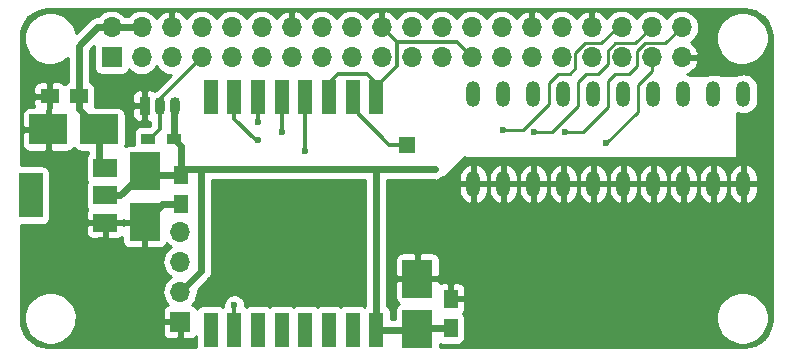
<source format=gtl>
%TF.GenerationSoftware,KiCad,Pcbnew,no-vcs-found-835c19f~60~ubuntu16.04.1*%
%TF.CreationDate,2017-10-10T17:14:24+03:00*%
%TF.ProjectId,rpi_zero,7270695F7A65726F2E6B696361645F70,rev?*%
%TF.SameCoordinates,Original*%
%TF.FileFunction,Copper,L1,Top,Signal*%
%TF.FilePolarity,Positive*%
%FSLAX46Y46*%
G04 Gerber Fmt 4.6, Leading zero omitted, Abs format (unit mm)*
G04 Created by KiCad (PCBNEW no-vcs-found-835c19f~60~ubuntu16.04.1) date Tue Oct 10 17:14:24 2017*
%MOMM*%
%LPD*%
G01*
G04 APERTURE LIST*
%ADD10O,1.200000X2.200000*%
%ADD11O,1.700000X1.700000*%
%ADD12R,1.700000X1.700000*%
%ADD13R,2.500000X3.200000*%
%ADD14R,1.250000X1.500000*%
%ADD15R,1.500000X1.250000*%
%ADD16R,3.200000X2.500000*%
%ADD17R,1.200000X3.000000*%
%ADD18R,2.000000X1.500000*%
%ADD19R,2.000000X3.800000*%
%ADD20R,1.200000X0.900000*%
%ADD21R,0.900000X1.500000*%
%ADD22O,0.900000X1.500000*%
%ADD23R,1.350000X1.350000*%
%ADD24C,0.450000*%
%ADD25C,0.600000*%
%ADD26C,0.300000*%
%ADD27C,0.600000*%
%ADD28C,0.350000*%
%ADD29C,0.250000*%
%ADD30C,0.254000*%
G04 APERTURE END LIST*
D10*
X171411880Y-94979420D03*
X168871880Y-94979420D03*
X166331880Y-94979420D03*
X163791880Y-94979420D03*
X151091880Y-87359420D03*
X148551880Y-87359420D03*
X148551880Y-94979420D03*
X151091880Y-94979420D03*
X153631880Y-87359420D03*
X156171880Y-87359420D03*
X158711880Y-87359420D03*
X161251880Y-87359420D03*
X161251880Y-94979420D03*
X158711880Y-94979420D03*
X156171880Y-94979420D03*
X153631880Y-94979420D03*
X163791880Y-87359420D03*
X166331880Y-87359420D03*
X168871880Y-87359420D03*
X171411880Y-87359420D03*
D11*
X166171880Y-81719420D03*
X166171880Y-84259420D03*
X163631880Y-81719420D03*
X163631880Y-84259420D03*
X161091880Y-81719420D03*
X161091880Y-84259420D03*
X158551880Y-81719420D03*
X158551880Y-84259420D03*
X156011880Y-81719420D03*
X156011880Y-84259420D03*
X153471880Y-81719420D03*
X153471880Y-84259420D03*
X150931880Y-81719420D03*
X150931880Y-84259420D03*
X148391880Y-81719420D03*
X148391880Y-84259420D03*
X145851880Y-81719420D03*
X145851880Y-84259420D03*
X143311880Y-81719420D03*
X143311880Y-84259420D03*
X140771880Y-81719420D03*
X140771880Y-84259420D03*
X138231880Y-81719420D03*
X138231880Y-84259420D03*
X135691880Y-81719420D03*
X135691880Y-84259420D03*
X133151880Y-81719420D03*
X133151880Y-84259420D03*
X130611880Y-81719420D03*
X130611880Y-84259420D03*
X128071880Y-81719420D03*
X128071880Y-84259420D03*
X125531880Y-81719420D03*
X125531880Y-84259420D03*
X122991880Y-81719420D03*
X122991880Y-84259420D03*
X120451880Y-81719420D03*
X120451880Y-84259420D03*
X117911880Y-81719420D03*
D12*
X117911880Y-84259420D03*
D13*
X143811880Y-103009420D03*
X143811880Y-107309420D03*
D14*
X146611880Y-107209420D03*
X146611880Y-104709420D03*
D15*
X115161880Y-87559420D03*
X112661880Y-87559420D03*
D16*
X112561880Y-90359420D03*
X116861880Y-90359420D03*
D13*
X120711880Y-93909420D03*
X120711880Y-98209420D03*
D14*
X123811880Y-96709420D03*
X123811880Y-94209420D03*
D17*
X126311880Y-107359420D03*
X128311880Y-107359420D03*
X130311880Y-107359420D03*
X132311880Y-107359420D03*
X134311880Y-107359420D03*
X136311880Y-107359420D03*
X138311880Y-107359420D03*
X140311880Y-107359420D03*
X140311880Y-87659420D03*
X138311880Y-87659420D03*
X136311880Y-87659420D03*
X134311880Y-87659420D03*
X132311880Y-87659420D03*
X130311880Y-87659420D03*
X128311880Y-87659420D03*
X126311880Y-87659420D03*
D18*
X117361880Y-98259420D03*
X117361880Y-93659420D03*
X117361880Y-95959420D03*
D19*
X111061880Y-95959420D03*
D20*
X121011880Y-91159420D03*
X123211880Y-91159420D03*
D21*
X120711880Y-88359420D03*
D22*
X123251880Y-88359420D03*
X121981880Y-88359420D03*
D23*
X142911880Y-91659420D03*
D11*
X123711880Y-99039420D03*
X123711880Y-101579420D03*
X123711880Y-104119420D03*
D12*
X123711880Y-106659420D03*
D24*
X114966166Y-81653420D03*
X168966166Y-81653420D03*
X168966166Y-83653420D03*
X110966166Y-85653420D03*
X112966166Y-85653420D03*
X168966166Y-85653420D03*
X170966166Y-85653420D03*
X172966166Y-85653420D03*
X110966166Y-87653420D03*
X116966166Y-87653420D03*
X172966166Y-89653420D03*
X172966166Y-91653420D03*
X112966166Y-93653420D03*
X114966166Y-93653420D03*
X172966166Y-93653420D03*
X112966166Y-95653420D03*
X114966166Y-95653420D03*
X130966166Y-95653420D03*
X132966166Y-95653420D03*
X134966166Y-95653420D03*
X136966166Y-95653420D03*
X138966166Y-95653420D03*
X142966166Y-95653420D03*
X144966166Y-95653420D03*
X146966166Y-95653420D03*
X112966166Y-97653420D03*
X114966166Y-97653420D03*
X130966166Y-97653420D03*
X132966166Y-97653420D03*
X134966166Y-97653420D03*
X136966166Y-97653420D03*
X138966166Y-97653420D03*
X142966166Y-97653420D03*
X144966166Y-97653420D03*
X146966166Y-97653420D03*
X148966166Y-97653420D03*
X150966166Y-97653420D03*
X152966166Y-97653420D03*
X154966166Y-97653420D03*
X156966166Y-97653420D03*
X158966166Y-97653420D03*
X160966166Y-97653420D03*
X162966166Y-97653420D03*
X164966166Y-97653420D03*
X166966166Y-97653420D03*
X168966166Y-97653420D03*
X170966166Y-97653420D03*
X172966166Y-97653420D03*
X110966166Y-99653420D03*
X112966166Y-99653420D03*
X114966166Y-99653420D03*
X116966166Y-99653420D03*
X130966166Y-99653420D03*
X132966166Y-99653420D03*
X134966166Y-99653420D03*
X136966166Y-99653420D03*
X138966166Y-99653420D03*
X142966166Y-99653420D03*
X144966166Y-99653420D03*
X146966166Y-99653420D03*
X148966166Y-99653420D03*
X150966166Y-99653420D03*
X152966166Y-99653420D03*
X154966166Y-99653420D03*
X156966166Y-99653420D03*
X158966166Y-99653420D03*
X160966166Y-99653420D03*
X162966166Y-99653420D03*
X164966166Y-99653420D03*
X166966166Y-99653420D03*
X168966166Y-99653420D03*
X170966166Y-99653420D03*
X172966166Y-99653420D03*
X110966166Y-101653420D03*
X112966166Y-101653420D03*
X114966166Y-101653420D03*
X116966166Y-101653420D03*
X118966166Y-101653420D03*
X130966166Y-101653420D03*
X132966166Y-101653420D03*
X134966166Y-101653420D03*
X136966166Y-101653420D03*
X138966166Y-101653420D03*
X146966166Y-101653420D03*
X148966166Y-101653420D03*
X150966166Y-101653420D03*
X152966166Y-101653420D03*
X154966166Y-101653420D03*
X156966166Y-101653420D03*
X158966166Y-101653420D03*
X160966166Y-101653420D03*
X162966166Y-101653420D03*
X164966166Y-101653420D03*
X166966166Y-101653420D03*
X168966166Y-101653420D03*
X170966166Y-101653420D03*
X172966166Y-101653420D03*
X110966166Y-103653420D03*
X112966166Y-103653420D03*
X114966166Y-103653420D03*
X116966166Y-103653420D03*
X118966166Y-103653420D03*
X120966166Y-103653420D03*
X130966166Y-103653420D03*
X132966166Y-103653420D03*
X134966166Y-103653420D03*
X136966166Y-103653420D03*
X138966166Y-103653420D03*
X148966166Y-103653420D03*
X150966166Y-103653420D03*
X152966166Y-103653420D03*
X154966166Y-103653420D03*
X156966166Y-103653420D03*
X158966166Y-103653420D03*
X160966166Y-103653420D03*
X162966166Y-103653420D03*
X164966166Y-103653420D03*
X166966166Y-103653420D03*
X168966166Y-103653420D03*
X170966166Y-103653420D03*
X172966166Y-103653420D03*
X116966166Y-105653420D03*
X118966166Y-105653420D03*
X120966166Y-105653420D03*
X148966166Y-105653420D03*
X150966166Y-105653420D03*
X152966166Y-105653420D03*
X154966166Y-105653420D03*
X156966166Y-105653420D03*
X158966166Y-105653420D03*
X160966166Y-105653420D03*
X162966166Y-105653420D03*
X164966166Y-105653420D03*
X166966166Y-105653420D03*
X168966166Y-105653420D03*
X116966166Y-107653420D03*
X118966166Y-107653420D03*
X120966166Y-107653420D03*
X148966166Y-107653420D03*
X150966166Y-107653420D03*
X152966166Y-107653420D03*
X154966166Y-107653420D03*
X156966166Y-107653420D03*
X158966166Y-107653420D03*
X160966166Y-107653420D03*
X162966166Y-107653420D03*
X164966166Y-107653420D03*
X166966166Y-107653420D03*
X168966166Y-107653420D03*
D25*
X145261880Y-93759420D03*
X130311880Y-91259420D03*
X134311880Y-92159420D03*
X128311880Y-105259420D03*
X132311880Y-90559420D03*
X130311880Y-89759434D03*
X156311880Y-90559420D03*
X153711880Y-90559426D03*
X159811880Y-91559420D03*
X151011880Y-90459422D03*
D26*
X142061879Y-83009419D02*
X142061879Y-85009421D01*
X142061879Y-85009421D02*
X140311880Y-86759420D01*
X140311880Y-86759420D02*
X140311880Y-87659420D01*
X148391880Y-84259420D02*
X147141879Y-83009419D01*
X142061879Y-83009419D02*
X140771880Y-81719420D01*
X147141879Y-83009419D02*
X142061879Y-83009419D01*
X136311880Y-87659420D02*
X136311880Y-86459420D01*
X136311880Y-86459420D02*
X137111880Y-85659420D01*
X137111880Y-85659420D02*
X139511880Y-85659420D01*
X139511880Y-85659420D02*
X140311880Y-86459420D01*
X140311880Y-86459420D02*
X140311880Y-87659420D01*
D27*
X123811880Y-96709420D02*
X122211880Y-96709420D01*
X122211880Y-96709420D02*
X120711880Y-98209420D01*
D26*
X140311880Y-87659420D02*
X140311880Y-86684740D01*
X140311880Y-86684740D02*
X140424541Y-86572079D01*
D27*
X145261880Y-93759420D02*
X140311880Y-93759420D01*
X124211880Y-93759420D02*
X125511880Y-93759420D01*
X125511880Y-93759420D02*
X140311880Y-93759420D01*
X123711880Y-104119420D02*
X125511880Y-102319420D01*
X125511880Y-102319420D02*
X125511880Y-93759420D01*
X117361880Y-95959420D02*
X118661880Y-95959420D01*
X118661880Y-95959420D02*
X120711880Y-93909420D01*
X140311880Y-107359420D02*
X140311880Y-93759420D01*
X123811880Y-94209420D02*
X123811880Y-94159420D01*
X123811880Y-94159420D02*
X124211880Y-93759420D01*
X123811880Y-94209420D02*
X123811880Y-91759420D01*
X123811880Y-91759420D02*
X123211880Y-91159420D01*
X123211880Y-91159420D02*
X123211880Y-88399420D01*
X123211880Y-88399420D02*
X123251880Y-88359420D01*
X146611880Y-107209420D02*
X143911880Y-107209420D01*
X143911880Y-107209420D02*
X143811880Y-107309420D01*
X140311880Y-107359420D02*
X143761880Y-107359420D01*
X143761880Y-107359420D02*
X143811880Y-107309420D01*
X121011880Y-94209420D02*
X123811880Y-94209420D01*
X120451880Y-81719420D02*
X117911880Y-81719420D01*
X117911880Y-81719420D02*
X116709799Y-81719420D01*
X116709799Y-81719420D02*
X115161880Y-83267339D01*
X115161880Y-83267339D02*
X115161880Y-87559420D01*
X116861880Y-90359420D02*
X116861880Y-93159420D01*
X116861880Y-93159420D02*
X117361880Y-93659420D01*
X115161880Y-87559420D02*
X115161880Y-88659420D01*
X115161880Y-88659420D02*
X116861880Y-90359420D01*
D26*
X128311880Y-89459420D02*
X130111880Y-91259420D01*
X128311880Y-87659420D02*
X128311880Y-89459420D01*
X130111880Y-91259420D02*
X130311880Y-91259420D01*
X134311880Y-87659420D02*
X134311880Y-92159420D01*
X128311880Y-107359420D02*
X128311880Y-105259420D01*
D28*
X132311880Y-87659420D02*
X132311880Y-90559420D01*
X130311880Y-87859420D02*
X130311880Y-89759434D01*
X130411880Y-87759420D02*
X130311880Y-87859420D01*
X130311880Y-87659420D02*
X130311880Y-89759434D01*
X142711880Y-91659420D02*
X141411880Y-91659420D01*
X141411880Y-91659420D02*
X138311880Y-88559420D01*
X138311880Y-88559420D02*
X138311880Y-87659420D01*
D29*
X159911880Y-88459420D02*
X157811880Y-90559420D01*
X159911880Y-86259420D02*
X159911880Y-88459420D01*
X160511880Y-85659420D02*
X159911880Y-86259420D01*
X162411880Y-83740418D02*
X162411880Y-84959420D01*
X163067879Y-83084419D02*
X162411880Y-83740418D01*
X164806881Y-83084419D02*
X163067879Y-83084419D01*
X157811880Y-90559420D02*
X156311880Y-90559420D01*
X166171880Y-81719420D02*
X164806881Y-83084419D01*
X161711880Y-85659420D02*
X160511880Y-85659420D01*
X162411880Y-84959420D02*
X161711880Y-85659420D01*
X163631880Y-81719420D02*
X162266881Y-83084419D01*
X160527879Y-83084419D02*
X159916879Y-83695419D01*
X159916879Y-84854421D02*
X159111880Y-85659420D01*
X162266881Y-83084419D02*
X160527879Y-83084419D01*
X159916879Y-83695419D02*
X159916879Y-84854421D01*
X159111880Y-85659420D02*
X158111880Y-85659420D01*
X158111880Y-85659420D02*
X157411880Y-86359420D01*
X157411880Y-86359420D02*
X157411880Y-88359420D01*
X157411880Y-88359420D02*
X155211874Y-90559426D01*
X155211874Y-90559426D02*
X153711880Y-90559426D01*
X159811880Y-91559420D02*
X162511880Y-88859420D01*
X162511880Y-88859420D02*
X162511880Y-86581501D01*
X162511880Y-86581501D02*
X163631880Y-85461501D01*
X163631880Y-85461501D02*
X163631880Y-84259420D01*
X161091880Y-81719420D02*
X160751880Y-81719420D01*
X154911880Y-86459420D02*
X154911880Y-88259420D01*
X160751880Y-81719420D02*
X159386881Y-83084419D01*
X159386881Y-83084419D02*
X157987879Y-83084419D01*
X157987879Y-83084419D02*
X157186881Y-83885417D01*
X157186881Y-83885417D02*
X157186881Y-85184419D01*
X157186881Y-85184419D02*
X156711880Y-85659420D01*
X156711880Y-85659420D02*
X155711880Y-85659420D01*
X155711880Y-85659420D02*
X154911880Y-86459420D01*
X154911880Y-88259420D02*
X152711878Y-90459422D01*
X152711878Y-90459422D02*
X151011880Y-90459422D01*
X151011880Y-90359420D02*
X151011880Y-90459422D01*
D26*
X121981880Y-88359420D02*
X121981880Y-87809420D01*
X121981880Y-87809420D02*
X125531880Y-84259420D01*
X121981880Y-88359420D02*
X121981880Y-90339420D01*
X121981880Y-90339420D02*
X121161880Y-91159420D01*
X121161880Y-91159420D02*
X121011880Y-91159420D01*
D30*
G36*
X171944134Y-80256953D02*
X172371355Y-80385938D01*
X172765384Y-80595446D01*
X173111214Y-80877499D01*
X173395673Y-81221351D01*
X173607929Y-81613910D01*
X173739892Y-82040213D01*
X173790000Y-82516964D01*
X173790000Y-106465279D01*
X173743048Y-106944133D01*
X173614063Y-107371353D01*
X173404554Y-107765384D01*
X173122501Y-108111214D01*
X172778651Y-108395672D01*
X172386093Y-108607927D01*
X171959788Y-108739891D01*
X171483036Y-108790000D01*
X145699952Y-108790000D01*
X145699952Y-108526072D01*
X145742700Y-108548922D01*
X145862398Y-108585232D01*
X145986880Y-108597492D01*
X147236880Y-108597492D01*
X147361362Y-108585232D01*
X147481060Y-108548922D01*
X147591374Y-108489957D01*
X147688065Y-108410605D01*
X147767417Y-108313914D01*
X147826382Y-108203600D01*
X147862692Y-108083902D01*
X147874952Y-107959420D01*
X147874952Y-106547345D01*
X169073942Y-106547345D01*
X169153065Y-106978450D01*
X169314416Y-107385977D01*
X169551850Y-107754402D01*
X169856323Y-108069693D01*
X170216238Y-108319841D01*
X170617885Y-108495316D01*
X171045967Y-108589436D01*
X171484177Y-108598615D01*
X171915824Y-108522504D01*
X172324467Y-108364002D01*
X172694541Y-108129146D01*
X173011950Y-107826881D01*
X173264604Y-107468722D01*
X173442879Y-107068309D01*
X173539985Y-106640895D01*
X173546976Y-106140267D01*
X173461842Y-105710308D01*
X173294816Y-105305074D01*
X173052261Y-104940000D01*
X172743416Y-104628991D01*
X172380044Y-104383893D01*
X171975985Y-104214042D01*
X171546631Y-104125909D01*
X171108336Y-104122849D01*
X170677794Y-104204979D01*
X170271403Y-104369172D01*
X169904644Y-104609172D01*
X169591487Y-104915839D01*
X169343858Y-105277491D01*
X169171191Y-105680353D01*
X169080062Y-106109082D01*
X169073942Y-106547345D01*
X147874952Y-106547345D01*
X147874952Y-106459420D01*
X147862692Y-106334938D01*
X147826382Y-106215240D01*
X147767417Y-106104926D01*
X147688065Y-106008235D01*
X147629914Y-105960512D01*
X147641669Y-105952657D01*
X147730117Y-105864209D01*
X147799610Y-105760205D01*
X147847477Y-105644643D01*
X147871880Y-105521962D01*
X147871880Y-104995170D01*
X147713130Y-104836420D01*
X146738880Y-104836420D01*
X146738880Y-104856420D01*
X146484880Y-104856420D01*
X146484880Y-104836420D01*
X146464880Y-104836420D01*
X146464880Y-104582420D01*
X146484880Y-104582420D01*
X146484880Y-103483170D01*
X146738880Y-103483170D01*
X146738880Y-104582420D01*
X147713130Y-104582420D01*
X147871880Y-104423670D01*
X147871880Y-103896878D01*
X147847477Y-103774197D01*
X147799610Y-103658635D01*
X147730117Y-103554631D01*
X147641669Y-103466183D01*
X147537665Y-103396690D01*
X147422103Y-103348823D01*
X147299422Y-103324420D01*
X146897630Y-103324420D01*
X146738880Y-103483170D01*
X146484880Y-103483170D01*
X146326130Y-103324420D01*
X145924338Y-103324420D01*
X145801657Y-103348823D01*
X145696880Y-103392223D01*
X145696880Y-103295170D01*
X145538130Y-103136420D01*
X143938880Y-103136420D01*
X143938880Y-103156420D01*
X143684880Y-103156420D01*
X143684880Y-103136420D01*
X142085630Y-103136420D01*
X141926880Y-103295170D01*
X141926880Y-104671962D01*
X141951283Y-104794643D01*
X141999150Y-104910205D01*
X142068643Y-105014209D01*
X142157091Y-105102657D01*
X142242823Y-105159941D01*
X142207386Y-105178883D01*
X142110695Y-105258235D01*
X142031343Y-105354926D01*
X141972378Y-105465240D01*
X141936068Y-105584938D01*
X141923808Y-105709420D01*
X141923808Y-106424420D01*
X141549952Y-106424420D01*
X141549952Y-105859420D01*
X141537692Y-105734938D01*
X141501382Y-105615240D01*
X141442417Y-105504926D01*
X141363065Y-105408235D01*
X141266374Y-105328883D01*
X141246880Y-105318463D01*
X141246880Y-101346878D01*
X141926880Y-101346878D01*
X141926880Y-102723670D01*
X142085630Y-102882420D01*
X143684880Y-102882420D01*
X143684880Y-100933170D01*
X143938880Y-100933170D01*
X143938880Y-102882420D01*
X145538130Y-102882420D01*
X145696880Y-102723670D01*
X145696880Y-101346878D01*
X145672477Y-101224197D01*
X145624610Y-101108635D01*
X145555117Y-101004631D01*
X145466669Y-100916183D01*
X145362665Y-100846690D01*
X145247103Y-100798823D01*
X145124422Y-100774420D01*
X144097630Y-100774420D01*
X143938880Y-100933170D01*
X143684880Y-100933170D01*
X143526130Y-100774420D01*
X142499338Y-100774420D01*
X142376657Y-100798823D01*
X142261095Y-100846690D01*
X142157091Y-100916183D01*
X142068643Y-101004631D01*
X141999150Y-101108635D01*
X141951283Y-101224197D01*
X141926880Y-101346878D01*
X141246880Y-101346878D01*
X141246880Y-95106420D01*
X147316880Y-95106420D01*
X147316880Y-95606420D01*
X147365387Y-95844916D01*
X147459490Y-96069366D01*
X147595573Y-96271145D01*
X147768406Y-96442498D01*
X147971347Y-96576841D01*
X148196598Y-96669011D01*
X148234271Y-96672882D01*
X148424880Y-96548151D01*
X148424880Y-95106420D01*
X148678880Y-95106420D01*
X148678880Y-96548151D01*
X148869489Y-96672882D01*
X148907162Y-96669011D01*
X149132413Y-96576841D01*
X149335354Y-96442498D01*
X149508187Y-96271145D01*
X149644270Y-96069366D01*
X149738373Y-95844916D01*
X149786880Y-95606420D01*
X149786880Y-95106420D01*
X149856880Y-95106420D01*
X149856880Y-95606420D01*
X149905387Y-95844916D01*
X149999490Y-96069366D01*
X150135573Y-96271145D01*
X150308406Y-96442498D01*
X150511347Y-96576841D01*
X150736598Y-96669011D01*
X150774271Y-96672882D01*
X150964880Y-96548151D01*
X150964880Y-95106420D01*
X151218880Y-95106420D01*
X151218880Y-96548151D01*
X151409489Y-96672882D01*
X151447162Y-96669011D01*
X151672413Y-96576841D01*
X151875354Y-96442498D01*
X152048187Y-96271145D01*
X152184270Y-96069366D01*
X152278373Y-95844916D01*
X152326880Y-95606420D01*
X152326880Y-95106420D01*
X152396880Y-95106420D01*
X152396880Y-95606420D01*
X152445387Y-95844916D01*
X152539490Y-96069366D01*
X152675573Y-96271145D01*
X152848406Y-96442498D01*
X153051347Y-96576841D01*
X153276598Y-96669011D01*
X153314271Y-96672882D01*
X153504880Y-96548151D01*
X153504880Y-95106420D01*
X153758880Y-95106420D01*
X153758880Y-96548151D01*
X153949489Y-96672882D01*
X153987162Y-96669011D01*
X154212413Y-96576841D01*
X154415354Y-96442498D01*
X154588187Y-96271145D01*
X154724270Y-96069366D01*
X154818373Y-95844916D01*
X154866880Y-95606420D01*
X154866880Y-95106420D01*
X154936880Y-95106420D01*
X154936880Y-95606420D01*
X154985387Y-95844916D01*
X155079490Y-96069366D01*
X155215573Y-96271145D01*
X155388406Y-96442498D01*
X155591347Y-96576841D01*
X155816598Y-96669011D01*
X155854271Y-96672882D01*
X156044880Y-96548151D01*
X156044880Y-95106420D01*
X156298880Y-95106420D01*
X156298880Y-96548151D01*
X156489489Y-96672882D01*
X156527162Y-96669011D01*
X156752413Y-96576841D01*
X156955354Y-96442498D01*
X157128187Y-96271145D01*
X157264270Y-96069366D01*
X157358373Y-95844916D01*
X157406880Y-95606420D01*
X157406880Y-95106420D01*
X157476880Y-95106420D01*
X157476880Y-95606420D01*
X157525387Y-95844916D01*
X157619490Y-96069366D01*
X157755573Y-96271145D01*
X157928406Y-96442498D01*
X158131347Y-96576841D01*
X158356598Y-96669011D01*
X158394271Y-96672882D01*
X158584880Y-96548151D01*
X158584880Y-95106420D01*
X158838880Y-95106420D01*
X158838880Y-96548151D01*
X159029489Y-96672882D01*
X159067162Y-96669011D01*
X159292413Y-96576841D01*
X159495354Y-96442498D01*
X159668187Y-96271145D01*
X159804270Y-96069366D01*
X159898373Y-95844916D01*
X159946880Y-95606420D01*
X159946880Y-95106420D01*
X160016880Y-95106420D01*
X160016880Y-95606420D01*
X160065387Y-95844916D01*
X160159490Y-96069366D01*
X160295573Y-96271145D01*
X160468406Y-96442498D01*
X160671347Y-96576841D01*
X160896598Y-96669011D01*
X160934271Y-96672882D01*
X161124880Y-96548151D01*
X161124880Y-95106420D01*
X161378880Y-95106420D01*
X161378880Y-96548151D01*
X161569489Y-96672882D01*
X161607162Y-96669011D01*
X161832413Y-96576841D01*
X162035354Y-96442498D01*
X162208187Y-96271145D01*
X162344270Y-96069366D01*
X162438373Y-95844916D01*
X162486880Y-95606420D01*
X162486880Y-95106420D01*
X162556880Y-95106420D01*
X162556880Y-95606420D01*
X162605387Y-95844916D01*
X162699490Y-96069366D01*
X162835573Y-96271145D01*
X163008406Y-96442498D01*
X163211347Y-96576841D01*
X163436598Y-96669011D01*
X163474271Y-96672882D01*
X163664880Y-96548151D01*
X163664880Y-95106420D01*
X163918880Y-95106420D01*
X163918880Y-96548151D01*
X164109489Y-96672882D01*
X164147162Y-96669011D01*
X164372413Y-96576841D01*
X164575354Y-96442498D01*
X164748187Y-96271145D01*
X164884270Y-96069366D01*
X164978373Y-95844916D01*
X165026880Y-95606420D01*
X165026880Y-95106420D01*
X165096880Y-95106420D01*
X165096880Y-95606420D01*
X165145387Y-95844916D01*
X165239490Y-96069366D01*
X165375573Y-96271145D01*
X165548406Y-96442498D01*
X165751347Y-96576841D01*
X165976598Y-96669011D01*
X166014271Y-96672882D01*
X166204880Y-96548151D01*
X166204880Y-95106420D01*
X166458880Y-95106420D01*
X166458880Y-96548151D01*
X166649489Y-96672882D01*
X166687162Y-96669011D01*
X166912413Y-96576841D01*
X167115354Y-96442498D01*
X167288187Y-96271145D01*
X167424270Y-96069366D01*
X167518373Y-95844916D01*
X167566880Y-95606420D01*
X167566880Y-95106420D01*
X167636880Y-95106420D01*
X167636880Y-95606420D01*
X167685387Y-95844916D01*
X167779490Y-96069366D01*
X167915573Y-96271145D01*
X168088406Y-96442498D01*
X168291347Y-96576841D01*
X168516598Y-96669011D01*
X168554271Y-96672882D01*
X168744880Y-96548151D01*
X168744880Y-95106420D01*
X168998880Y-95106420D01*
X168998880Y-96548151D01*
X169189489Y-96672882D01*
X169227162Y-96669011D01*
X169452413Y-96576841D01*
X169655354Y-96442498D01*
X169828187Y-96271145D01*
X169964270Y-96069366D01*
X170058373Y-95844916D01*
X170106880Y-95606420D01*
X170106880Y-95106420D01*
X170176880Y-95106420D01*
X170176880Y-95606420D01*
X170225387Y-95844916D01*
X170319490Y-96069366D01*
X170455573Y-96271145D01*
X170628406Y-96442498D01*
X170831347Y-96576841D01*
X171056598Y-96669011D01*
X171094271Y-96672882D01*
X171284880Y-96548151D01*
X171284880Y-95106420D01*
X171538880Y-95106420D01*
X171538880Y-96548151D01*
X171729489Y-96672882D01*
X171767162Y-96669011D01*
X171992413Y-96576841D01*
X172195354Y-96442498D01*
X172368187Y-96271145D01*
X172504270Y-96069366D01*
X172598373Y-95844916D01*
X172646880Y-95606420D01*
X172646880Y-95106420D01*
X171538880Y-95106420D01*
X171284880Y-95106420D01*
X170176880Y-95106420D01*
X170106880Y-95106420D01*
X168998880Y-95106420D01*
X168744880Y-95106420D01*
X167636880Y-95106420D01*
X167566880Y-95106420D01*
X166458880Y-95106420D01*
X166204880Y-95106420D01*
X165096880Y-95106420D01*
X165026880Y-95106420D01*
X163918880Y-95106420D01*
X163664880Y-95106420D01*
X162556880Y-95106420D01*
X162486880Y-95106420D01*
X161378880Y-95106420D01*
X161124880Y-95106420D01*
X160016880Y-95106420D01*
X159946880Y-95106420D01*
X158838880Y-95106420D01*
X158584880Y-95106420D01*
X157476880Y-95106420D01*
X157406880Y-95106420D01*
X156298880Y-95106420D01*
X156044880Y-95106420D01*
X154936880Y-95106420D01*
X154866880Y-95106420D01*
X153758880Y-95106420D01*
X153504880Y-95106420D01*
X152396880Y-95106420D01*
X152326880Y-95106420D01*
X151218880Y-95106420D01*
X150964880Y-95106420D01*
X149856880Y-95106420D01*
X149786880Y-95106420D01*
X148678880Y-95106420D01*
X148424880Y-95106420D01*
X147316880Y-95106420D01*
X141246880Y-95106420D01*
X141246880Y-94694420D01*
X145250175Y-94694420D01*
X145333959Y-94696175D01*
X145514537Y-94664334D01*
X145685490Y-94598026D01*
X145840309Y-94499775D01*
X145957969Y-94387728D01*
X146112956Y-94386415D01*
X146160481Y-94376753D01*
X146196898Y-94352420D01*
X147316880Y-94352420D01*
X147316880Y-94852420D01*
X148424880Y-94852420D01*
X148424880Y-93410689D01*
X148678880Y-93410689D01*
X148678880Y-94852420D01*
X149786880Y-94852420D01*
X149786880Y-94352420D01*
X149856880Y-94352420D01*
X149856880Y-94852420D01*
X150964880Y-94852420D01*
X150964880Y-93410689D01*
X151218880Y-93410689D01*
X151218880Y-94852420D01*
X152326880Y-94852420D01*
X152326880Y-94352420D01*
X152396880Y-94352420D01*
X152396880Y-94852420D01*
X153504880Y-94852420D01*
X153504880Y-93410689D01*
X153758880Y-93410689D01*
X153758880Y-94852420D01*
X154866880Y-94852420D01*
X154866880Y-94352420D01*
X154936880Y-94352420D01*
X154936880Y-94852420D01*
X156044880Y-94852420D01*
X156044880Y-93410689D01*
X156298880Y-93410689D01*
X156298880Y-94852420D01*
X157406880Y-94852420D01*
X157406880Y-94352420D01*
X157476880Y-94352420D01*
X157476880Y-94852420D01*
X158584880Y-94852420D01*
X158584880Y-93410689D01*
X158838880Y-93410689D01*
X158838880Y-94852420D01*
X159946880Y-94852420D01*
X159946880Y-94352420D01*
X160016880Y-94352420D01*
X160016880Y-94852420D01*
X161124880Y-94852420D01*
X161124880Y-93410689D01*
X161378880Y-93410689D01*
X161378880Y-94852420D01*
X162486880Y-94852420D01*
X162486880Y-94352420D01*
X162556880Y-94352420D01*
X162556880Y-94852420D01*
X163664880Y-94852420D01*
X163664880Y-93410689D01*
X163918880Y-93410689D01*
X163918880Y-94852420D01*
X165026880Y-94852420D01*
X165026880Y-94352420D01*
X165096880Y-94352420D01*
X165096880Y-94852420D01*
X166204880Y-94852420D01*
X166204880Y-93410689D01*
X166458880Y-93410689D01*
X166458880Y-94852420D01*
X167566880Y-94852420D01*
X167566880Y-94352420D01*
X167636880Y-94352420D01*
X167636880Y-94852420D01*
X168744880Y-94852420D01*
X168744880Y-93410689D01*
X168998880Y-93410689D01*
X168998880Y-94852420D01*
X170106880Y-94852420D01*
X170106880Y-94352420D01*
X170176880Y-94352420D01*
X170176880Y-94852420D01*
X171284880Y-94852420D01*
X171284880Y-93410689D01*
X171538880Y-93410689D01*
X171538880Y-94852420D01*
X172646880Y-94852420D01*
X172646880Y-94352420D01*
X172598373Y-94113924D01*
X172504270Y-93889474D01*
X172368187Y-93687695D01*
X172195354Y-93516342D01*
X171992413Y-93381999D01*
X171767162Y-93289829D01*
X171729489Y-93285958D01*
X171538880Y-93410689D01*
X171284880Y-93410689D01*
X171094271Y-93285958D01*
X171056598Y-93289829D01*
X170831347Y-93381999D01*
X170628406Y-93516342D01*
X170455573Y-93687695D01*
X170319490Y-93889474D01*
X170225387Y-94113924D01*
X170176880Y-94352420D01*
X170106880Y-94352420D01*
X170058373Y-94113924D01*
X169964270Y-93889474D01*
X169828187Y-93687695D01*
X169655354Y-93516342D01*
X169452413Y-93381999D01*
X169227162Y-93289829D01*
X169189489Y-93285958D01*
X168998880Y-93410689D01*
X168744880Y-93410689D01*
X168554271Y-93285958D01*
X168516598Y-93289829D01*
X168291347Y-93381999D01*
X168088406Y-93516342D01*
X167915573Y-93687695D01*
X167779490Y-93889474D01*
X167685387Y-94113924D01*
X167636880Y-94352420D01*
X167566880Y-94352420D01*
X167518373Y-94113924D01*
X167424270Y-93889474D01*
X167288187Y-93687695D01*
X167115354Y-93516342D01*
X166912413Y-93381999D01*
X166687162Y-93289829D01*
X166649489Y-93285958D01*
X166458880Y-93410689D01*
X166204880Y-93410689D01*
X166014271Y-93285958D01*
X165976598Y-93289829D01*
X165751347Y-93381999D01*
X165548406Y-93516342D01*
X165375573Y-93687695D01*
X165239490Y-93889474D01*
X165145387Y-94113924D01*
X165096880Y-94352420D01*
X165026880Y-94352420D01*
X164978373Y-94113924D01*
X164884270Y-93889474D01*
X164748187Y-93687695D01*
X164575354Y-93516342D01*
X164372413Y-93381999D01*
X164147162Y-93289829D01*
X164109489Y-93285958D01*
X163918880Y-93410689D01*
X163664880Y-93410689D01*
X163474271Y-93285958D01*
X163436598Y-93289829D01*
X163211347Y-93381999D01*
X163008406Y-93516342D01*
X162835573Y-93687695D01*
X162699490Y-93889474D01*
X162605387Y-94113924D01*
X162556880Y-94352420D01*
X162486880Y-94352420D01*
X162438373Y-94113924D01*
X162344270Y-93889474D01*
X162208187Y-93687695D01*
X162035354Y-93516342D01*
X161832413Y-93381999D01*
X161607162Y-93289829D01*
X161569489Y-93285958D01*
X161378880Y-93410689D01*
X161124880Y-93410689D01*
X160934271Y-93285958D01*
X160896598Y-93289829D01*
X160671347Y-93381999D01*
X160468406Y-93516342D01*
X160295573Y-93687695D01*
X160159490Y-93889474D01*
X160065387Y-94113924D01*
X160016880Y-94352420D01*
X159946880Y-94352420D01*
X159898373Y-94113924D01*
X159804270Y-93889474D01*
X159668187Y-93687695D01*
X159495354Y-93516342D01*
X159292413Y-93381999D01*
X159067162Y-93289829D01*
X159029489Y-93285958D01*
X158838880Y-93410689D01*
X158584880Y-93410689D01*
X158394271Y-93285958D01*
X158356598Y-93289829D01*
X158131347Y-93381999D01*
X157928406Y-93516342D01*
X157755573Y-93687695D01*
X157619490Y-93889474D01*
X157525387Y-94113924D01*
X157476880Y-94352420D01*
X157406880Y-94352420D01*
X157358373Y-94113924D01*
X157264270Y-93889474D01*
X157128187Y-93687695D01*
X156955354Y-93516342D01*
X156752413Y-93381999D01*
X156527162Y-93289829D01*
X156489489Y-93285958D01*
X156298880Y-93410689D01*
X156044880Y-93410689D01*
X155854271Y-93285958D01*
X155816598Y-93289829D01*
X155591347Y-93381999D01*
X155388406Y-93516342D01*
X155215573Y-93687695D01*
X155079490Y-93889474D01*
X154985387Y-94113924D01*
X154936880Y-94352420D01*
X154866880Y-94352420D01*
X154818373Y-94113924D01*
X154724270Y-93889474D01*
X154588187Y-93687695D01*
X154415354Y-93516342D01*
X154212413Y-93381999D01*
X153987162Y-93289829D01*
X153949489Y-93285958D01*
X153758880Y-93410689D01*
X153504880Y-93410689D01*
X153314271Y-93285958D01*
X153276598Y-93289829D01*
X153051347Y-93381999D01*
X152848406Y-93516342D01*
X152675573Y-93687695D01*
X152539490Y-93889474D01*
X152445387Y-94113924D01*
X152396880Y-94352420D01*
X152326880Y-94352420D01*
X152278373Y-94113924D01*
X152184270Y-93889474D01*
X152048187Y-93687695D01*
X151875354Y-93516342D01*
X151672413Y-93381999D01*
X151447162Y-93289829D01*
X151409489Y-93285958D01*
X151218880Y-93410689D01*
X150964880Y-93410689D01*
X150774271Y-93285958D01*
X150736598Y-93289829D01*
X150511347Y-93381999D01*
X150308406Y-93516342D01*
X150135573Y-93687695D01*
X149999490Y-93889474D01*
X149905387Y-94113924D01*
X149856880Y-94352420D01*
X149786880Y-94352420D01*
X149738373Y-94113924D01*
X149644270Y-93889474D01*
X149508187Y-93687695D01*
X149335354Y-93516342D01*
X149132413Y-93381999D01*
X148907162Y-93289829D01*
X148869489Y-93285958D01*
X148678880Y-93410689D01*
X148424880Y-93410689D01*
X148234271Y-93285958D01*
X148196598Y-93289829D01*
X147971347Y-93381999D01*
X147768406Y-93516342D01*
X147595573Y-93687695D01*
X147459490Y-93889474D01*
X147365387Y-94113924D01*
X147316880Y-94352420D01*
X146196898Y-94352420D01*
X146201683Y-94349223D01*
X147813908Y-92736998D01*
X147822077Y-92749223D01*
X147863279Y-92776753D01*
X147911880Y-92786420D01*
X170711880Y-92786420D01*
X170760481Y-92776753D01*
X170801683Y-92749223D01*
X170829213Y-92708021D01*
X170838880Y-92659420D01*
X170838880Y-88955264D01*
X170933298Y-89006316D01*
X171163549Y-89077590D01*
X171403258Y-89102785D01*
X171643296Y-89080940D01*
X171874519Y-89012887D01*
X172088121Y-88901219D01*
X172275964Y-88750189D01*
X172430895Y-88565549D01*
X172547012Y-88354333D01*
X172619892Y-88124586D01*
X172646760Y-87885058D01*
X172646880Y-87867815D01*
X172646880Y-86851025D01*
X172623360Y-86611146D01*
X172553694Y-86380403D01*
X172440538Y-86167586D01*
X172288200Y-85980802D01*
X172102483Y-85827164D01*
X171890462Y-85712524D01*
X171660211Y-85641250D01*
X171420502Y-85616055D01*
X171180464Y-85637900D01*
X170949241Y-85705953D01*
X170771436Y-85798907D01*
X170760995Y-85791864D01*
X170712437Y-85781983D01*
X169468835Y-85776529D01*
X169350462Y-85712524D01*
X169120211Y-85641250D01*
X168880502Y-85616055D01*
X168640464Y-85637900D01*
X168409241Y-85705953D01*
X168284181Y-85771333D01*
X166908063Y-85765297D01*
X166810462Y-85712524D01*
X166652075Y-85663495D01*
X166675979Y-85656245D01*
X166938800Y-85531061D01*
X167172149Y-85357008D01*
X167367058Y-85140775D01*
X167516037Y-84890672D01*
X167613361Y-84616311D01*
X167492694Y-84386420D01*
X166298880Y-84386420D01*
X166298880Y-84406420D01*
X166044880Y-84406420D01*
X166044880Y-84386420D01*
X166024880Y-84386420D01*
X166024880Y-84132420D01*
X166044880Y-84132420D01*
X166044880Y-84112420D01*
X166298880Y-84112420D01*
X166298880Y-84132420D01*
X167492694Y-84132420D01*
X167613361Y-83902529D01*
X167516037Y-83628168D01*
X167367058Y-83378065D01*
X167172149Y-83161832D01*
X166943198Y-82991059D01*
X166985011Y-82969200D01*
X167136568Y-82847345D01*
X169073942Y-82847345D01*
X169153065Y-83278450D01*
X169314416Y-83685977D01*
X169551850Y-84054402D01*
X169856323Y-84369693D01*
X170216238Y-84619841D01*
X170617885Y-84795316D01*
X171045967Y-84889436D01*
X171484177Y-84898615D01*
X171915824Y-84822504D01*
X172324467Y-84664002D01*
X172694541Y-84429146D01*
X173011950Y-84126881D01*
X173264604Y-83768722D01*
X173442879Y-83368309D01*
X173539985Y-82940895D01*
X173546976Y-82440267D01*
X173461842Y-82010308D01*
X173294816Y-81605074D01*
X173052261Y-81240000D01*
X172743416Y-80928991D01*
X172380044Y-80683893D01*
X171975985Y-80514042D01*
X171546631Y-80425909D01*
X171108336Y-80422849D01*
X170677794Y-80504979D01*
X170271403Y-80669172D01*
X169904644Y-80909172D01*
X169591487Y-81215839D01*
X169343858Y-81577491D01*
X169171191Y-81980353D01*
X169080062Y-82409082D01*
X169073942Y-82847345D01*
X167136568Y-82847345D01*
X167210880Y-82787597D01*
X167397174Y-82565581D01*
X167536796Y-82311609D01*
X167624429Y-82035354D01*
X167656735Y-81747339D01*
X167656880Y-81726605D01*
X167656880Y-81712235D01*
X167628598Y-81423797D01*
X167544831Y-81146345D01*
X167408768Y-80890449D01*
X167225593Y-80665853D01*
X167002281Y-80481114D01*
X166747341Y-80343268D01*
X166470481Y-80257566D01*
X166182247Y-80227271D01*
X165893619Y-80253538D01*
X165615589Y-80335367D01*
X165358749Y-80469640D01*
X165132880Y-80651243D01*
X164946586Y-80873259D01*
X164902382Y-80953667D01*
X164868768Y-80890449D01*
X164685593Y-80665853D01*
X164462281Y-80481114D01*
X164207341Y-80343268D01*
X163930481Y-80257566D01*
X163642247Y-80227271D01*
X163353619Y-80253538D01*
X163075589Y-80335367D01*
X162818749Y-80469640D01*
X162592880Y-80651243D01*
X162406586Y-80873259D01*
X162362382Y-80953667D01*
X162328768Y-80890449D01*
X162145593Y-80665853D01*
X161922281Y-80481114D01*
X161667341Y-80343268D01*
X161390481Y-80257566D01*
X161102247Y-80227271D01*
X160813619Y-80253538D01*
X160535589Y-80335367D01*
X160278749Y-80469640D01*
X160052880Y-80651243D01*
X159866586Y-80873259D01*
X159819280Y-80959309D01*
X159747058Y-80838065D01*
X159552149Y-80621832D01*
X159318800Y-80447779D01*
X159055979Y-80322595D01*
X158908770Y-80277944D01*
X158678880Y-80399265D01*
X158678880Y-81592420D01*
X158698880Y-81592420D01*
X158698880Y-81846420D01*
X158678880Y-81846420D01*
X158678880Y-81866420D01*
X158424880Y-81866420D01*
X158424880Y-81846420D01*
X158404880Y-81846420D01*
X158404880Y-81592420D01*
X158424880Y-81592420D01*
X158424880Y-80399265D01*
X158194990Y-80277944D01*
X158047781Y-80322595D01*
X157784960Y-80447779D01*
X157551611Y-80621832D01*
X157356702Y-80838065D01*
X157284957Y-80958510D01*
X157248768Y-80890449D01*
X157065593Y-80665853D01*
X156842281Y-80481114D01*
X156587341Y-80343268D01*
X156310481Y-80257566D01*
X156022247Y-80227271D01*
X155733619Y-80253538D01*
X155455589Y-80335367D01*
X155198749Y-80469640D01*
X154972880Y-80651243D01*
X154786586Y-80873259D01*
X154739280Y-80959309D01*
X154667058Y-80838065D01*
X154472149Y-80621832D01*
X154238800Y-80447779D01*
X153975979Y-80322595D01*
X153828770Y-80277944D01*
X153598880Y-80399265D01*
X153598880Y-81592420D01*
X153618880Y-81592420D01*
X153618880Y-81846420D01*
X153598880Y-81846420D01*
X153598880Y-81866420D01*
X153344880Y-81866420D01*
X153344880Y-81846420D01*
X153324880Y-81846420D01*
X153324880Y-81592420D01*
X153344880Y-81592420D01*
X153344880Y-80399265D01*
X153114990Y-80277944D01*
X152967781Y-80322595D01*
X152704960Y-80447779D01*
X152471611Y-80621832D01*
X152276702Y-80838065D01*
X152204957Y-80958510D01*
X152168768Y-80890449D01*
X151985593Y-80665853D01*
X151762281Y-80481114D01*
X151507341Y-80343268D01*
X151230481Y-80257566D01*
X150942247Y-80227271D01*
X150653619Y-80253538D01*
X150375589Y-80335367D01*
X150118749Y-80469640D01*
X149892880Y-80651243D01*
X149706586Y-80873259D01*
X149662382Y-80953667D01*
X149628768Y-80890449D01*
X149445593Y-80665853D01*
X149222281Y-80481114D01*
X148967341Y-80343268D01*
X148690481Y-80257566D01*
X148402247Y-80227271D01*
X148113619Y-80253538D01*
X147835589Y-80335367D01*
X147578749Y-80469640D01*
X147352880Y-80651243D01*
X147166586Y-80873259D01*
X147122382Y-80953667D01*
X147088768Y-80890449D01*
X146905593Y-80665853D01*
X146682281Y-80481114D01*
X146427341Y-80343268D01*
X146150481Y-80257566D01*
X145862247Y-80227271D01*
X145573619Y-80253538D01*
X145295589Y-80335367D01*
X145038749Y-80469640D01*
X144812880Y-80651243D01*
X144626586Y-80873259D01*
X144582382Y-80953667D01*
X144548768Y-80890449D01*
X144365593Y-80665853D01*
X144142281Y-80481114D01*
X143887341Y-80343268D01*
X143610481Y-80257566D01*
X143322247Y-80227271D01*
X143033619Y-80253538D01*
X142755589Y-80335367D01*
X142498749Y-80469640D01*
X142272880Y-80651243D01*
X142086586Y-80873259D01*
X142039280Y-80959309D01*
X141967058Y-80838065D01*
X141772149Y-80621832D01*
X141538800Y-80447779D01*
X141275979Y-80322595D01*
X141128770Y-80277944D01*
X140898880Y-80399265D01*
X140898880Y-81592420D01*
X140918880Y-81592420D01*
X140918880Y-81846420D01*
X140898880Y-81846420D01*
X140898880Y-81866420D01*
X140644880Y-81866420D01*
X140644880Y-81846420D01*
X140624880Y-81846420D01*
X140624880Y-81592420D01*
X140644880Y-81592420D01*
X140644880Y-80399265D01*
X140414990Y-80277944D01*
X140267781Y-80322595D01*
X140004960Y-80447779D01*
X139771611Y-80621832D01*
X139576702Y-80838065D01*
X139504957Y-80958510D01*
X139468768Y-80890449D01*
X139285593Y-80665853D01*
X139062281Y-80481114D01*
X138807341Y-80343268D01*
X138530481Y-80257566D01*
X138242247Y-80227271D01*
X137953619Y-80253538D01*
X137675589Y-80335367D01*
X137418749Y-80469640D01*
X137192880Y-80651243D01*
X137006586Y-80873259D01*
X136962382Y-80953667D01*
X136928768Y-80890449D01*
X136745593Y-80665853D01*
X136522281Y-80481114D01*
X136267341Y-80343268D01*
X135990481Y-80257566D01*
X135702247Y-80227271D01*
X135413619Y-80253538D01*
X135135589Y-80335367D01*
X134878749Y-80469640D01*
X134652880Y-80651243D01*
X134466586Y-80873259D01*
X134419280Y-80959309D01*
X134347058Y-80838065D01*
X134152149Y-80621832D01*
X133918800Y-80447779D01*
X133655979Y-80322595D01*
X133508770Y-80277944D01*
X133278880Y-80399265D01*
X133278880Y-81592420D01*
X133298880Y-81592420D01*
X133298880Y-81846420D01*
X133278880Y-81846420D01*
X133278880Y-81866420D01*
X133024880Y-81866420D01*
X133024880Y-81846420D01*
X133004880Y-81846420D01*
X133004880Y-81592420D01*
X133024880Y-81592420D01*
X133024880Y-80399265D01*
X132794990Y-80277944D01*
X132647781Y-80322595D01*
X132384960Y-80447779D01*
X132151611Y-80621832D01*
X131956702Y-80838065D01*
X131884957Y-80958510D01*
X131848768Y-80890449D01*
X131665593Y-80665853D01*
X131442281Y-80481114D01*
X131187341Y-80343268D01*
X130910481Y-80257566D01*
X130622247Y-80227271D01*
X130333619Y-80253538D01*
X130055589Y-80335367D01*
X129798749Y-80469640D01*
X129572880Y-80651243D01*
X129386586Y-80873259D01*
X129342382Y-80953667D01*
X129308768Y-80890449D01*
X129125593Y-80665853D01*
X128902281Y-80481114D01*
X128647341Y-80343268D01*
X128370481Y-80257566D01*
X128082247Y-80227271D01*
X127793619Y-80253538D01*
X127515589Y-80335367D01*
X127258749Y-80469640D01*
X127032880Y-80651243D01*
X126846586Y-80873259D01*
X126802382Y-80953667D01*
X126768768Y-80890449D01*
X126585593Y-80665853D01*
X126362281Y-80481114D01*
X126107341Y-80343268D01*
X125830481Y-80257566D01*
X125542247Y-80227271D01*
X125253619Y-80253538D01*
X124975589Y-80335367D01*
X124718749Y-80469640D01*
X124492880Y-80651243D01*
X124306586Y-80873259D01*
X124259280Y-80959309D01*
X124187058Y-80838065D01*
X123992149Y-80621832D01*
X123758800Y-80447779D01*
X123495979Y-80322595D01*
X123348770Y-80277944D01*
X123118880Y-80399265D01*
X123118880Y-81592420D01*
X123138880Y-81592420D01*
X123138880Y-81846420D01*
X123118880Y-81846420D01*
X123118880Y-81866420D01*
X122864880Y-81866420D01*
X122864880Y-81846420D01*
X122844880Y-81846420D01*
X122844880Y-81592420D01*
X122864880Y-81592420D01*
X122864880Y-80399265D01*
X122634990Y-80277944D01*
X122487781Y-80322595D01*
X122224960Y-80447779D01*
X121991611Y-80621832D01*
X121796702Y-80838065D01*
X121724957Y-80958510D01*
X121688768Y-80890449D01*
X121505593Y-80665853D01*
X121282281Y-80481114D01*
X121027341Y-80343268D01*
X120750481Y-80257566D01*
X120462247Y-80227271D01*
X120173619Y-80253538D01*
X119895589Y-80335367D01*
X119638749Y-80469640D01*
X119412880Y-80651243D01*
X119301131Y-80784420D01*
X119062293Y-80784420D01*
X118965593Y-80665853D01*
X118742281Y-80481114D01*
X118487341Y-80343268D01*
X118210481Y-80257566D01*
X117922247Y-80227271D01*
X117633619Y-80253538D01*
X117355589Y-80335367D01*
X117098749Y-80469640D01*
X116872880Y-80651243D01*
X116761131Y-80784420D01*
X116709799Y-80784420D01*
X116623834Y-80792849D01*
X116537804Y-80800376D01*
X116533085Y-80801747D01*
X116528190Y-80802227D01*
X116445510Y-80827189D01*
X116362570Y-80851285D01*
X116358204Y-80853548D01*
X116353498Y-80854969D01*
X116277271Y-80895500D01*
X116200561Y-80935263D01*
X116196716Y-80938332D01*
X116192378Y-80940639D01*
X116125471Y-80995207D01*
X116057950Y-81049108D01*
X116051107Y-81055856D01*
X116050966Y-81055971D01*
X116050858Y-81056102D01*
X116048654Y-81058275D01*
X114900646Y-82206283D01*
X114861842Y-82010308D01*
X114694816Y-81605074D01*
X114452261Y-81240000D01*
X114143416Y-80928991D01*
X113780044Y-80683893D01*
X113375985Y-80514042D01*
X112946631Y-80425909D01*
X112508336Y-80422849D01*
X112077794Y-80504979D01*
X111671403Y-80669172D01*
X111304644Y-80909172D01*
X110991487Y-81215839D01*
X110743858Y-81577491D01*
X110571191Y-81980353D01*
X110480062Y-82409082D01*
X110473942Y-82847345D01*
X110553065Y-83278450D01*
X110714416Y-83685977D01*
X110951850Y-84054402D01*
X111256323Y-84369693D01*
X111616238Y-84619841D01*
X112017885Y-84795316D01*
X112445967Y-84889436D01*
X112884177Y-84898615D01*
X113315824Y-84822504D01*
X113724467Y-84664002D01*
X114094541Y-84429146D01*
X114226880Y-84303121D01*
X114226880Y-86326966D01*
X114167700Y-86344918D01*
X114057386Y-86403883D01*
X113960695Y-86483235D01*
X113912972Y-86541386D01*
X113905117Y-86529631D01*
X113816669Y-86441183D01*
X113712665Y-86371690D01*
X113597103Y-86323823D01*
X113474422Y-86299420D01*
X112947630Y-86299420D01*
X112788880Y-86458170D01*
X112788880Y-87432420D01*
X112808880Y-87432420D01*
X112808880Y-87686420D01*
X112788880Y-87686420D01*
X112788880Y-88533170D01*
X112688880Y-88633170D01*
X112688880Y-90232420D01*
X112708880Y-90232420D01*
X112708880Y-90486420D01*
X112688880Y-90486420D01*
X112688880Y-92085670D01*
X112847630Y-92244420D01*
X114224422Y-92244420D01*
X114347103Y-92220017D01*
X114462665Y-92172150D01*
X114566669Y-92102657D01*
X114655117Y-92014209D01*
X114712401Y-91928477D01*
X114731343Y-91963914D01*
X114810695Y-92060605D01*
X114907386Y-92139957D01*
X115017700Y-92198922D01*
X115137398Y-92235232D01*
X115261880Y-92247492D01*
X115926880Y-92247492D01*
X115926880Y-92444952D01*
X115910695Y-92458235D01*
X115831343Y-92554926D01*
X115772378Y-92665240D01*
X115736068Y-92784938D01*
X115723808Y-92909420D01*
X115723808Y-94409420D01*
X115736068Y-94533902D01*
X115772378Y-94653600D01*
X115831343Y-94763914D01*
X115868689Y-94809420D01*
X115831343Y-94854926D01*
X115772378Y-94965240D01*
X115736068Y-95084938D01*
X115723808Y-95209420D01*
X115723808Y-96709420D01*
X115736068Y-96833902D01*
X115772378Y-96953600D01*
X115831343Y-97063914D01*
X115866900Y-97107240D01*
X115799150Y-97208635D01*
X115751283Y-97324197D01*
X115726880Y-97446878D01*
X115726880Y-97973670D01*
X115885630Y-98132420D01*
X117234880Y-98132420D01*
X117234880Y-98112420D01*
X117488880Y-98112420D01*
X117488880Y-98132420D01*
X118838130Y-98132420D01*
X118936880Y-98033670D01*
X118985630Y-98082420D01*
X120584880Y-98082420D01*
X120584880Y-98062420D01*
X120838880Y-98062420D01*
X120838880Y-98082420D01*
X120858880Y-98082420D01*
X120858880Y-98336420D01*
X120838880Y-98336420D01*
X120838880Y-100285670D01*
X120997630Y-100444420D01*
X122024422Y-100444420D01*
X122147103Y-100420017D01*
X122262665Y-100372150D01*
X122366669Y-100302657D01*
X122455117Y-100214209D01*
X122524610Y-100110205D01*
X122572477Y-99994643D01*
X122573244Y-99990787D01*
X122643703Y-100078420D01*
X122865719Y-100264714D01*
X122946127Y-100308918D01*
X122882909Y-100342532D01*
X122658313Y-100525707D01*
X122473574Y-100749019D01*
X122335728Y-101003959D01*
X122250026Y-101280819D01*
X122219731Y-101569053D01*
X122245998Y-101857681D01*
X122327827Y-102135711D01*
X122462100Y-102392551D01*
X122643703Y-102618420D01*
X122865719Y-102804714D01*
X122946127Y-102848918D01*
X122882909Y-102882532D01*
X122658313Y-103065707D01*
X122473574Y-103289019D01*
X122335728Y-103543959D01*
X122250026Y-103820819D01*
X122219731Y-104109053D01*
X122245998Y-104397681D01*
X122327827Y-104675711D01*
X122462100Y-104932551D01*
X122643703Y-105158420D01*
X122688941Y-105196379D01*
X122676657Y-105198823D01*
X122561095Y-105246690D01*
X122457091Y-105316183D01*
X122368643Y-105404631D01*
X122299150Y-105508635D01*
X122251283Y-105624197D01*
X122226880Y-105746878D01*
X122226880Y-106373670D01*
X122385630Y-106532420D01*
X123584880Y-106532420D01*
X123584880Y-106512420D01*
X123838880Y-106512420D01*
X123838880Y-106532420D01*
X123858880Y-106532420D01*
X123858880Y-106786420D01*
X123838880Y-106786420D01*
X123838880Y-107985670D01*
X123997630Y-108144420D01*
X124624422Y-108144420D01*
X124747103Y-108120017D01*
X124862665Y-108072150D01*
X124966669Y-108002657D01*
X125055117Y-107914209D01*
X125073808Y-107886236D01*
X125073808Y-108790000D01*
X112534721Y-108790000D01*
X112055867Y-108743048D01*
X111628647Y-108614063D01*
X111234616Y-108404554D01*
X110888786Y-108122501D01*
X110604328Y-107778651D01*
X110392073Y-107386093D01*
X110260109Y-106959788D01*
X110216760Y-106547345D01*
X110473942Y-106547345D01*
X110553065Y-106978450D01*
X110714416Y-107385977D01*
X110951850Y-107754402D01*
X111256323Y-108069693D01*
X111616238Y-108319841D01*
X112017885Y-108495316D01*
X112445967Y-108589436D01*
X112884177Y-108598615D01*
X113315824Y-108522504D01*
X113724467Y-108364002D01*
X114094541Y-108129146D01*
X114411950Y-107826881D01*
X114664604Y-107468722D01*
X114842879Y-107068309D01*
X114870855Y-106945170D01*
X122226880Y-106945170D01*
X122226880Y-107571962D01*
X122251283Y-107694643D01*
X122299150Y-107810205D01*
X122368643Y-107914209D01*
X122457091Y-108002657D01*
X122561095Y-108072150D01*
X122676657Y-108120017D01*
X122799338Y-108144420D01*
X123426130Y-108144420D01*
X123584880Y-107985670D01*
X123584880Y-106786420D01*
X122385630Y-106786420D01*
X122226880Y-106945170D01*
X114870855Y-106945170D01*
X114939985Y-106640895D01*
X114946976Y-106140267D01*
X114861842Y-105710308D01*
X114694816Y-105305074D01*
X114452261Y-104940000D01*
X114143416Y-104628991D01*
X113780044Y-104383893D01*
X113375985Y-104214042D01*
X112946631Y-104125909D01*
X112508336Y-104122849D01*
X112077794Y-104204979D01*
X111671403Y-104369172D01*
X111304644Y-104609172D01*
X110991487Y-104915839D01*
X110743858Y-105277491D01*
X110571191Y-105680353D01*
X110480062Y-106109082D01*
X110473942Y-106547345D01*
X110216760Y-106547345D01*
X110210000Y-106483036D01*
X110210000Y-98545170D01*
X115726880Y-98545170D01*
X115726880Y-99071962D01*
X115751283Y-99194643D01*
X115799150Y-99310205D01*
X115868643Y-99414209D01*
X115957091Y-99502657D01*
X116061095Y-99572150D01*
X116176657Y-99620017D01*
X116299338Y-99644420D01*
X117076130Y-99644420D01*
X117234880Y-99485670D01*
X117234880Y-98386420D01*
X117488880Y-98386420D01*
X117488880Y-99485670D01*
X117647630Y-99644420D01*
X118424422Y-99644420D01*
X118547103Y-99620017D01*
X118662665Y-99572150D01*
X118766669Y-99502657D01*
X118826880Y-99442446D01*
X118826880Y-99871962D01*
X118851283Y-99994643D01*
X118899150Y-100110205D01*
X118968643Y-100214209D01*
X119057091Y-100302657D01*
X119161095Y-100372150D01*
X119276657Y-100420017D01*
X119399338Y-100444420D01*
X120426130Y-100444420D01*
X120584880Y-100285670D01*
X120584880Y-98336420D01*
X118985630Y-98336420D01*
X118886880Y-98435170D01*
X118838130Y-98386420D01*
X117488880Y-98386420D01*
X117234880Y-98386420D01*
X115885630Y-98386420D01*
X115726880Y-98545170D01*
X110210000Y-98545170D01*
X110210000Y-98497492D01*
X112061880Y-98497492D01*
X112186362Y-98485232D01*
X112306060Y-98448922D01*
X112416374Y-98389957D01*
X112513065Y-98310605D01*
X112592417Y-98213914D01*
X112651382Y-98103600D01*
X112687692Y-97983902D01*
X112699952Y-97859420D01*
X112699952Y-94059420D01*
X112687692Y-93934938D01*
X112651382Y-93815240D01*
X112592417Y-93704926D01*
X112513065Y-93608235D01*
X112416374Y-93528883D01*
X112306060Y-93469918D01*
X112186362Y-93433608D01*
X112061880Y-93421348D01*
X110210000Y-93421348D01*
X110210000Y-90645170D01*
X110326880Y-90645170D01*
X110326880Y-91671962D01*
X110351283Y-91794643D01*
X110399150Y-91910205D01*
X110468643Y-92014209D01*
X110557091Y-92102657D01*
X110661095Y-92172150D01*
X110776657Y-92220017D01*
X110899338Y-92244420D01*
X112276130Y-92244420D01*
X112434880Y-92085670D01*
X112434880Y-90486420D01*
X110485630Y-90486420D01*
X110326880Y-90645170D01*
X110210000Y-90645170D01*
X110210000Y-89046878D01*
X110326880Y-89046878D01*
X110326880Y-90073670D01*
X110485630Y-90232420D01*
X112434880Y-90232420D01*
X112434880Y-88760670D01*
X112534880Y-88660670D01*
X112534880Y-87686420D01*
X111435630Y-87686420D01*
X111276880Y-87845170D01*
X111276880Y-88246962D01*
X111301283Y-88369643D01*
X111344683Y-88474420D01*
X110899338Y-88474420D01*
X110776657Y-88498823D01*
X110661095Y-88546690D01*
X110557091Y-88616183D01*
X110468643Y-88704631D01*
X110399150Y-88808635D01*
X110351283Y-88924197D01*
X110326880Y-89046878D01*
X110210000Y-89046878D01*
X110210000Y-86871878D01*
X111276880Y-86871878D01*
X111276880Y-87273670D01*
X111435630Y-87432420D01*
X112534880Y-87432420D01*
X112534880Y-86458170D01*
X112376130Y-86299420D01*
X111849338Y-86299420D01*
X111726657Y-86323823D01*
X111611095Y-86371690D01*
X111507091Y-86441183D01*
X111418643Y-86529631D01*
X111349150Y-86633635D01*
X111301283Y-86749197D01*
X111276880Y-86871878D01*
X110210000Y-86871878D01*
X110210000Y-82534721D01*
X110256953Y-82055866D01*
X110385938Y-81628645D01*
X110595446Y-81234616D01*
X110877499Y-80888786D01*
X111221351Y-80604327D01*
X111613910Y-80392071D01*
X112040213Y-80260108D01*
X112516964Y-80210000D01*
X171465279Y-80210000D01*
X171944134Y-80256953D01*
X171944134Y-80256953D01*
G37*
X171944134Y-80256953D02*
X172371355Y-80385938D01*
X172765384Y-80595446D01*
X173111214Y-80877499D01*
X173395673Y-81221351D01*
X173607929Y-81613910D01*
X173739892Y-82040213D01*
X173790000Y-82516964D01*
X173790000Y-106465279D01*
X173743048Y-106944133D01*
X173614063Y-107371353D01*
X173404554Y-107765384D01*
X173122501Y-108111214D01*
X172778651Y-108395672D01*
X172386093Y-108607927D01*
X171959788Y-108739891D01*
X171483036Y-108790000D01*
X145699952Y-108790000D01*
X145699952Y-108526072D01*
X145742700Y-108548922D01*
X145862398Y-108585232D01*
X145986880Y-108597492D01*
X147236880Y-108597492D01*
X147361362Y-108585232D01*
X147481060Y-108548922D01*
X147591374Y-108489957D01*
X147688065Y-108410605D01*
X147767417Y-108313914D01*
X147826382Y-108203600D01*
X147862692Y-108083902D01*
X147874952Y-107959420D01*
X147874952Y-106547345D01*
X169073942Y-106547345D01*
X169153065Y-106978450D01*
X169314416Y-107385977D01*
X169551850Y-107754402D01*
X169856323Y-108069693D01*
X170216238Y-108319841D01*
X170617885Y-108495316D01*
X171045967Y-108589436D01*
X171484177Y-108598615D01*
X171915824Y-108522504D01*
X172324467Y-108364002D01*
X172694541Y-108129146D01*
X173011950Y-107826881D01*
X173264604Y-107468722D01*
X173442879Y-107068309D01*
X173539985Y-106640895D01*
X173546976Y-106140267D01*
X173461842Y-105710308D01*
X173294816Y-105305074D01*
X173052261Y-104940000D01*
X172743416Y-104628991D01*
X172380044Y-104383893D01*
X171975985Y-104214042D01*
X171546631Y-104125909D01*
X171108336Y-104122849D01*
X170677794Y-104204979D01*
X170271403Y-104369172D01*
X169904644Y-104609172D01*
X169591487Y-104915839D01*
X169343858Y-105277491D01*
X169171191Y-105680353D01*
X169080062Y-106109082D01*
X169073942Y-106547345D01*
X147874952Y-106547345D01*
X147874952Y-106459420D01*
X147862692Y-106334938D01*
X147826382Y-106215240D01*
X147767417Y-106104926D01*
X147688065Y-106008235D01*
X147629914Y-105960512D01*
X147641669Y-105952657D01*
X147730117Y-105864209D01*
X147799610Y-105760205D01*
X147847477Y-105644643D01*
X147871880Y-105521962D01*
X147871880Y-104995170D01*
X147713130Y-104836420D01*
X146738880Y-104836420D01*
X146738880Y-104856420D01*
X146484880Y-104856420D01*
X146484880Y-104836420D01*
X146464880Y-104836420D01*
X146464880Y-104582420D01*
X146484880Y-104582420D01*
X146484880Y-103483170D01*
X146738880Y-103483170D01*
X146738880Y-104582420D01*
X147713130Y-104582420D01*
X147871880Y-104423670D01*
X147871880Y-103896878D01*
X147847477Y-103774197D01*
X147799610Y-103658635D01*
X147730117Y-103554631D01*
X147641669Y-103466183D01*
X147537665Y-103396690D01*
X147422103Y-103348823D01*
X147299422Y-103324420D01*
X146897630Y-103324420D01*
X146738880Y-103483170D01*
X146484880Y-103483170D01*
X146326130Y-103324420D01*
X145924338Y-103324420D01*
X145801657Y-103348823D01*
X145696880Y-103392223D01*
X145696880Y-103295170D01*
X145538130Y-103136420D01*
X143938880Y-103136420D01*
X143938880Y-103156420D01*
X143684880Y-103156420D01*
X143684880Y-103136420D01*
X142085630Y-103136420D01*
X141926880Y-103295170D01*
X141926880Y-104671962D01*
X141951283Y-104794643D01*
X141999150Y-104910205D01*
X142068643Y-105014209D01*
X142157091Y-105102657D01*
X142242823Y-105159941D01*
X142207386Y-105178883D01*
X142110695Y-105258235D01*
X142031343Y-105354926D01*
X141972378Y-105465240D01*
X141936068Y-105584938D01*
X141923808Y-105709420D01*
X141923808Y-106424420D01*
X141549952Y-106424420D01*
X141549952Y-105859420D01*
X141537692Y-105734938D01*
X141501382Y-105615240D01*
X141442417Y-105504926D01*
X141363065Y-105408235D01*
X141266374Y-105328883D01*
X141246880Y-105318463D01*
X141246880Y-101346878D01*
X141926880Y-101346878D01*
X141926880Y-102723670D01*
X142085630Y-102882420D01*
X143684880Y-102882420D01*
X143684880Y-100933170D01*
X143938880Y-100933170D01*
X143938880Y-102882420D01*
X145538130Y-102882420D01*
X145696880Y-102723670D01*
X145696880Y-101346878D01*
X145672477Y-101224197D01*
X145624610Y-101108635D01*
X145555117Y-101004631D01*
X145466669Y-100916183D01*
X145362665Y-100846690D01*
X145247103Y-100798823D01*
X145124422Y-100774420D01*
X144097630Y-100774420D01*
X143938880Y-100933170D01*
X143684880Y-100933170D01*
X143526130Y-100774420D01*
X142499338Y-100774420D01*
X142376657Y-100798823D01*
X142261095Y-100846690D01*
X142157091Y-100916183D01*
X142068643Y-101004631D01*
X141999150Y-101108635D01*
X141951283Y-101224197D01*
X141926880Y-101346878D01*
X141246880Y-101346878D01*
X141246880Y-95106420D01*
X147316880Y-95106420D01*
X147316880Y-95606420D01*
X147365387Y-95844916D01*
X147459490Y-96069366D01*
X147595573Y-96271145D01*
X147768406Y-96442498D01*
X147971347Y-96576841D01*
X148196598Y-96669011D01*
X148234271Y-96672882D01*
X148424880Y-96548151D01*
X148424880Y-95106420D01*
X148678880Y-95106420D01*
X148678880Y-96548151D01*
X148869489Y-96672882D01*
X148907162Y-96669011D01*
X149132413Y-96576841D01*
X149335354Y-96442498D01*
X149508187Y-96271145D01*
X149644270Y-96069366D01*
X149738373Y-95844916D01*
X149786880Y-95606420D01*
X149786880Y-95106420D01*
X149856880Y-95106420D01*
X149856880Y-95606420D01*
X149905387Y-95844916D01*
X149999490Y-96069366D01*
X150135573Y-96271145D01*
X150308406Y-96442498D01*
X150511347Y-96576841D01*
X150736598Y-96669011D01*
X150774271Y-96672882D01*
X150964880Y-96548151D01*
X150964880Y-95106420D01*
X151218880Y-95106420D01*
X151218880Y-96548151D01*
X151409489Y-96672882D01*
X151447162Y-96669011D01*
X151672413Y-96576841D01*
X151875354Y-96442498D01*
X152048187Y-96271145D01*
X152184270Y-96069366D01*
X152278373Y-95844916D01*
X152326880Y-95606420D01*
X152326880Y-95106420D01*
X152396880Y-95106420D01*
X152396880Y-95606420D01*
X152445387Y-95844916D01*
X152539490Y-96069366D01*
X152675573Y-96271145D01*
X152848406Y-96442498D01*
X153051347Y-96576841D01*
X153276598Y-96669011D01*
X153314271Y-96672882D01*
X153504880Y-96548151D01*
X153504880Y-95106420D01*
X153758880Y-95106420D01*
X153758880Y-96548151D01*
X153949489Y-96672882D01*
X153987162Y-96669011D01*
X154212413Y-96576841D01*
X154415354Y-96442498D01*
X154588187Y-96271145D01*
X154724270Y-96069366D01*
X154818373Y-95844916D01*
X154866880Y-95606420D01*
X154866880Y-95106420D01*
X154936880Y-95106420D01*
X154936880Y-95606420D01*
X154985387Y-95844916D01*
X155079490Y-96069366D01*
X155215573Y-96271145D01*
X155388406Y-96442498D01*
X155591347Y-96576841D01*
X155816598Y-96669011D01*
X155854271Y-96672882D01*
X156044880Y-96548151D01*
X156044880Y-95106420D01*
X156298880Y-95106420D01*
X156298880Y-96548151D01*
X156489489Y-96672882D01*
X156527162Y-96669011D01*
X156752413Y-96576841D01*
X156955354Y-96442498D01*
X157128187Y-96271145D01*
X157264270Y-96069366D01*
X157358373Y-95844916D01*
X157406880Y-95606420D01*
X157406880Y-95106420D01*
X157476880Y-95106420D01*
X157476880Y-95606420D01*
X157525387Y-95844916D01*
X157619490Y-96069366D01*
X157755573Y-96271145D01*
X157928406Y-96442498D01*
X158131347Y-96576841D01*
X158356598Y-96669011D01*
X158394271Y-96672882D01*
X158584880Y-96548151D01*
X158584880Y-95106420D01*
X158838880Y-95106420D01*
X158838880Y-96548151D01*
X159029489Y-96672882D01*
X159067162Y-96669011D01*
X159292413Y-96576841D01*
X159495354Y-96442498D01*
X159668187Y-96271145D01*
X159804270Y-96069366D01*
X159898373Y-95844916D01*
X159946880Y-95606420D01*
X159946880Y-95106420D01*
X160016880Y-95106420D01*
X160016880Y-95606420D01*
X160065387Y-95844916D01*
X160159490Y-96069366D01*
X160295573Y-96271145D01*
X160468406Y-96442498D01*
X160671347Y-96576841D01*
X160896598Y-96669011D01*
X160934271Y-96672882D01*
X161124880Y-96548151D01*
X161124880Y-95106420D01*
X161378880Y-95106420D01*
X161378880Y-96548151D01*
X161569489Y-96672882D01*
X161607162Y-96669011D01*
X161832413Y-96576841D01*
X162035354Y-96442498D01*
X162208187Y-96271145D01*
X162344270Y-96069366D01*
X162438373Y-95844916D01*
X162486880Y-95606420D01*
X162486880Y-95106420D01*
X162556880Y-95106420D01*
X162556880Y-95606420D01*
X162605387Y-95844916D01*
X162699490Y-96069366D01*
X162835573Y-96271145D01*
X163008406Y-96442498D01*
X163211347Y-96576841D01*
X163436598Y-96669011D01*
X163474271Y-96672882D01*
X163664880Y-96548151D01*
X163664880Y-95106420D01*
X163918880Y-95106420D01*
X163918880Y-96548151D01*
X164109489Y-96672882D01*
X164147162Y-96669011D01*
X164372413Y-96576841D01*
X164575354Y-96442498D01*
X164748187Y-96271145D01*
X164884270Y-96069366D01*
X164978373Y-95844916D01*
X165026880Y-95606420D01*
X165026880Y-95106420D01*
X165096880Y-95106420D01*
X165096880Y-95606420D01*
X165145387Y-95844916D01*
X165239490Y-96069366D01*
X165375573Y-96271145D01*
X165548406Y-96442498D01*
X165751347Y-96576841D01*
X165976598Y-96669011D01*
X166014271Y-96672882D01*
X166204880Y-96548151D01*
X166204880Y-95106420D01*
X166458880Y-95106420D01*
X166458880Y-96548151D01*
X166649489Y-96672882D01*
X166687162Y-96669011D01*
X166912413Y-96576841D01*
X167115354Y-96442498D01*
X167288187Y-96271145D01*
X167424270Y-96069366D01*
X167518373Y-95844916D01*
X167566880Y-95606420D01*
X167566880Y-95106420D01*
X167636880Y-95106420D01*
X167636880Y-95606420D01*
X167685387Y-95844916D01*
X167779490Y-96069366D01*
X167915573Y-96271145D01*
X168088406Y-96442498D01*
X168291347Y-96576841D01*
X168516598Y-96669011D01*
X168554271Y-96672882D01*
X168744880Y-96548151D01*
X168744880Y-95106420D01*
X168998880Y-95106420D01*
X168998880Y-96548151D01*
X169189489Y-96672882D01*
X169227162Y-96669011D01*
X169452413Y-96576841D01*
X169655354Y-96442498D01*
X169828187Y-96271145D01*
X169964270Y-96069366D01*
X170058373Y-95844916D01*
X170106880Y-95606420D01*
X170106880Y-95106420D01*
X170176880Y-95106420D01*
X170176880Y-95606420D01*
X170225387Y-95844916D01*
X170319490Y-96069366D01*
X170455573Y-96271145D01*
X170628406Y-96442498D01*
X170831347Y-96576841D01*
X171056598Y-96669011D01*
X171094271Y-96672882D01*
X171284880Y-96548151D01*
X171284880Y-95106420D01*
X171538880Y-95106420D01*
X171538880Y-96548151D01*
X171729489Y-96672882D01*
X171767162Y-96669011D01*
X171992413Y-96576841D01*
X172195354Y-96442498D01*
X172368187Y-96271145D01*
X172504270Y-96069366D01*
X172598373Y-95844916D01*
X172646880Y-95606420D01*
X172646880Y-95106420D01*
X171538880Y-95106420D01*
X171284880Y-95106420D01*
X170176880Y-95106420D01*
X170106880Y-95106420D01*
X168998880Y-95106420D01*
X168744880Y-95106420D01*
X167636880Y-95106420D01*
X167566880Y-95106420D01*
X166458880Y-95106420D01*
X166204880Y-95106420D01*
X165096880Y-95106420D01*
X165026880Y-95106420D01*
X163918880Y-95106420D01*
X163664880Y-95106420D01*
X162556880Y-95106420D01*
X162486880Y-95106420D01*
X161378880Y-95106420D01*
X161124880Y-95106420D01*
X160016880Y-95106420D01*
X159946880Y-95106420D01*
X158838880Y-95106420D01*
X158584880Y-95106420D01*
X157476880Y-95106420D01*
X157406880Y-95106420D01*
X156298880Y-95106420D01*
X156044880Y-95106420D01*
X154936880Y-95106420D01*
X154866880Y-95106420D01*
X153758880Y-95106420D01*
X153504880Y-95106420D01*
X152396880Y-95106420D01*
X152326880Y-95106420D01*
X151218880Y-95106420D01*
X150964880Y-95106420D01*
X149856880Y-95106420D01*
X149786880Y-95106420D01*
X148678880Y-95106420D01*
X148424880Y-95106420D01*
X147316880Y-95106420D01*
X141246880Y-95106420D01*
X141246880Y-94694420D01*
X145250175Y-94694420D01*
X145333959Y-94696175D01*
X145514537Y-94664334D01*
X145685490Y-94598026D01*
X145840309Y-94499775D01*
X145957969Y-94387728D01*
X146112956Y-94386415D01*
X146160481Y-94376753D01*
X146196898Y-94352420D01*
X147316880Y-94352420D01*
X147316880Y-94852420D01*
X148424880Y-94852420D01*
X148424880Y-93410689D01*
X148678880Y-93410689D01*
X148678880Y-94852420D01*
X149786880Y-94852420D01*
X149786880Y-94352420D01*
X149856880Y-94352420D01*
X149856880Y-94852420D01*
X150964880Y-94852420D01*
X150964880Y-93410689D01*
X151218880Y-93410689D01*
X151218880Y-94852420D01*
X152326880Y-94852420D01*
X152326880Y-94352420D01*
X152396880Y-94352420D01*
X152396880Y-94852420D01*
X153504880Y-94852420D01*
X153504880Y-93410689D01*
X153758880Y-93410689D01*
X153758880Y-94852420D01*
X154866880Y-94852420D01*
X154866880Y-94352420D01*
X154936880Y-94352420D01*
X154936880Y-94852420D01*
X156044880Y-94852420D01*
X156044880Y-93410689D01*
X156298880Y-93410689D01*
X156298880Y-94852420D01*
X157406880Y-94852420D01*
X157406880Y-94352420D01*
X157476880Y-94352420D01*
X157476880Y-94852420D01*
X158584880Y-94852420D01*
X158584880Y-93410689D01*
X158838880Y-93410689D01*
X158838880Y-94852420D01*
X159946880Y-94852420D01*
X159946880Y-94352420D01*
X160016880Y-94352420D01*
X160016880Y-94852420D01*
X161124880Y-94852420D01*
X161124880Y-93410689D01*
X161378880Y-93410689D01*
X161378880Y-94852420D01*
X162486880Y-94852420D01*
X162486880Y-94352420D01*
X162556880Y-94352420D01*
X162556880Y-94852420D01*
X163664880Y-94852420D01*
X163664880Y-93410689D01*
X163918880Y-93410689D01*
X163918880Y-94852420D01*
X165026880Y-94852420D01*
X165026880Y-94352420D01*
X165096880Y-94352420D01*
X165096880Y-94852420D01*
X166204880Y-94852420D01*
X166204880Y-93410689D01*
X166458880Y-93410689D01*
X166458880Y-94852420D01*
X167566880Y-94852420D01*
X167566880Y-94352420D01*
X167636880Y-94352420D01*
X167636880Y-94852420D01*
X168744880Y-94852420D01*
X168744880Y-93410689D01*
X168998880Y-93410689D01*
X168998880Y-94852420D01*
X170106880Y-94852420D01*
X170106880Y-94352420D01*
X170176880Y-94352420D01*
X170176880Y-94852420D01*
X171284880Y-94852420D01*
X171284880Y-93410689D01*
X171538880Y-93410689D01*
X171538880Y-94852420D01*
X172646880Y-94852420D01*
X172646880Y-94352420D01*
X172598373Y-94113924D01*
X172504270Y-93889474D01*
X172368187Y-93687695D01*
X172195354Y-93516342D01*
X171992413Y-93381999D01*
X171767162Y-93289829D01*
X171729489Y-93285958D01*
X171538880Y-93410689D01*
X171284880Y-93410689D01*
X171094271Y-93285958D01*
X171056598Y-93289829D01*
X170831347Y-93381999D01*
X170628406Y-93516342D01*
X170455573Y-93687695D01*
X170319490Y-93889474D01*
X170225387Y-94113924D01*
X170176880Y-94352420D01*
X170106880Y-94352420D01*
X170058373Y-94113924D01*
X169964270Y-93889474D01*
X169828187Y-93687695D01*
X169655354Y-93516342D01*
X169452413Y-93381999D01*
X169227162Y-93289829D01*
X169189489Y-93285958D01*
X168998880Y-93410689D01*
X168744880Y-93410689D01*
X168554271Y-93285958D01*
X168516598Y-93289829D01*
X168291347Y-93381999D01*
X168088406Y-93516342D01*
X167915573Y-93687695D01*
X167779490Y-93889474D01*
X167685387Y-94113924D01*
X167636880Y-94352420D01*
X167566880Y-94352420D01*
X167518373Y-94113924D01*
X167424270Y-93889474D01*
X167288187Y-93687695D01*
X167115354Y-93516342D01*
X166912413Y-93381999D01*
X166687162Y-93289829D01*
X166649489Y-93285958D01*
X166458880Y-93410689D01*
X166204880Y-93410689D01*
X166014271Y-93285958D01*
X165976598Y-93289829D01*
X165751347Y-93381999D01*
X165548406Y-93516342D01*
X165375573Y-93687695D01*
X165239490Y-93889474D01*
X165145387Y-94113924D01*
X165096880Y-94352420D01*
X165026880Y-94352420D01*
X164978373Y-94113924D01*
X164884270Y-93889474D01*
X164748187Y-93687695D01*
X164575354Y-93516342D01*
X164372413Y-93381999D01*
X164147162Y-93289829D01*
X164109489Y-93285958D01*
X163918880Y-93410689D01*
X163664880Y-93410689D01*
X163474271Y-93285958D01*
X163436598Y-93289829D01*
X163211347Y-93381999D01*
X163008406Y-93516342D01*
X162835573Y-93687695D01*
X162699490Y-93889474D01*
X162605387Y-94113924D01*
X162556880Y-94352420D01*
X162486880Y-94352420D01*
X162438373Y-94113924D01*
X162344270Y-93889474D01*
X162208187Y-93687695D01*
X162035354Y-93516342D01*
X161832413Y-93381999D01*
X161607162Y-93289829D01*
X161569489Y-93285958D01*
X161378880Y-93410689D01*
X161124880Y-93410689D01*
X160934271Y-93285958D01*
X160896598Y-93289829D01*
X160671347Y-93381999D01*
X160468406Y-93516342D01*
X160295573Y-93687695D01*
X160159490Y-93889474D01*
X160065387Y-94113924D01*
X160016880Y-94352420D01*
X159946880Y-94352420D01*
X159898373Y-94113924D01*
X159804270Y-93889474D01*
X159668187Y-93687695D01*
X159495354Y-93516342D01*
X159292413Y-93381999D01*
X159067162Y-93289829D01*
X159029489Y-93285958D01*
X158838880Y-93410689D01*
X158584880Y-93410689D01*
X158394271Y-93285958D01*
X158356598Y-93289829D01*
X158131347Y-93381999D01*
X157928406Y-93516342D01*
X157755573Y-93687695D01*
X157619490Y-93889474D01*
X157525387Y-94113924D01*
X157476880Y-94352420D01*
X157406880Y-94352420D01*
X157358373Y-94113924D01*
X157264270Y-93889474D01*
X157128187Y-93687695D01*
X156955354Y-93516342D01*
X156752413Y-93381999D01*
X156527162Y-93289829D01*
X156489489Y-93285958D01*
X156298880Y-93410689D01*
X156044880Y-93410689D01*
X155854271Y-93285958D01*
X155816598Y-93289829D01*
X155591347Y-93381999D01*
X155388406Y-93516342D01*
X155215573Y-93687695D01*
X155079490Y-93889474D01*
X154985387Y-94113924D01*
X154936880Y-94352420D01*
X154866880Y-94352420D01*
X154818373Y-94113924D01*
X154724270Y-93889474D01*
X154588187Y-93687695D01*
X154415354Y-93516342D01*
X154212413Y-93381999D01*
X153987162Y-93289829D01*
X153949489Y-93285958D01*
X153758880Y-93410689D01*
X153504880Y-93410689D01*
X153314271Y-93285958D01*
X153276598Y-93289829D01*
X153051347Y-93381999D01*
X152848406Y-93516342D01*
X152675573Y-93687695D01*
X152539490Y-93889474D01*
X152445387Y-94113924D01*
X152396880Y-94352420D01*
X152326880Y-94352420D01*
X152278373Y-94113924D01*
X152184270Y-93889474D01*
X152048187Y-93687695D01*
X151875354Y-93516342D01*
X151672413Y-93381999D01*
X151447162Y-93289829D01*
X151409489Y-93285958D01*
X151218880Y-93410689D01*
X150964880Y-93410689D01*
X150774271Y-93285958D01*
X150736598Y-93289829D01*
X150511347Y-93381999D01*
X150308406Y-93516342D01*
X150135573Y-93687695D01*
X149999490Y-93889474D01*
X149905387Y-94113924D01*
X149856880Y-94352420D01*
X149786880Y-94352420D01*
X149738373Y-94113924D01*
X149644270Y-93889474D01*
X149508187Y-93687695D01*
X149335354Y-93516342D01*
X149132413Y-93381999D01*
X148907162Y-93289829D01*
X148869489Y-93285958D01*
X148678880Y-93410689D01*
X148424880Y-93410689D01*
X148234271Y-93285958D01*
X148196598Y-93289829D01*
X147971347Y-93381999D01*
X147768406Y-93516342D01*
X147595573Y-93687695D01*
X147459490Y-93889474D01*
X147365387Y-94113924D01*
X147316880Y-94352420D01*
X146196898Y-94352420D01*
X146201683Y-94349223D01*
X147813908Y-92736998D01*
X147822077Y-92749223D01*
X147863279Y-92776753D01*
X147911880Y-92786420D01*
X170711880Y-92786420D01*
X170760481Y-92776753D01*
X170801683Y-92749223D01*
X170829213Y-92708021D01*
X170838880Y-92659420D01*
X170838880Y-88955264D01*
X170933298Y-89006316D01*
X171163549Y-89077590D01*
X171403258Y-89102785D01*
X171643296Y-89080940D01*
X171874519Y-89012887D01*
X172088121Y-88901219D01*
X172275964Y-88750189D01*
X172430895Y-88565549D01*
X172547012Y-88354333D01*
X172619892Y-88124586D01*
X172646760Y-87885058D01*
X172646880Y-87867815D01*
X172646880Y-86851025D01*
X172623360Y-86611146D01*
X172553694Y-86380403D01*
X172440538Y-86167586D01*
X172288200Y-85980802D01*
X172102483Y-85827164D01*
X171890462Y-85712524D01*
X171660211Y-85641250D01*
X171420502Y-85616055D01*
X171180464Y-85637900D01*
X170949241Y-85705953D01*
X170771436Y-85798907D01*
X170760995Y-85791864D01*
X170712437Y-85781983D01*
X169468835Y-85776529D01*
X169350462Y-85712524D01*
X169120211Y-85641250D01*
X168880502Y-85616055D01*
X168640464Y-85637900D01*
X168409241Y-85705953D01*
X168284181Y-85771333D01*
X166908063Y-85765297D01*
X166810462Y-85712524D01*
X166652075Y-85663495D01*
X166675979Y-85656245D01*
X166938800Y-85531061D01*
X167172149Y-85357008D01*
X167367058Y-85140775D01*
X167516037Y-84890672D01*
X167613361Y-84616311D01*
X167492694Y-84386420D01*
X166298880Y-84386420D01*
X166298880Y-84406420D01*
X166044880Y-84406420D01*
X166044880Y-84386420D01*
X166024880Y-84386420D01*
X166024880Y-84132420D01*
X166044880Y-84132420D01*
X166044880Y-84112420D01*
X166298880Y-84112420D01*
X166298880Y-84132420D01*
X167492694Y-84132420D01*
X167613361Y-83902529D01*
X167516037Y-83628168D01*
X167367058Y-83378065D01*
X167172149Y-83161832D01*
X166943198Y-82991059D01*
X166985011Y-82969200D01*
X167136568Y-82847345D01*
X169073942Y-82847345D01*
X169153065Y-83278450D01*
X169314416Y-83685977D01*
X169551850Y-84054402D01*
X169856323Y-84369693D01*
X170216238Y-84619841D01*
X170617885Y-84795316D01*
X171045967Y-84889436D01*
X171484177Y-84898615D01*
X171915824Y-84822504D01*
X172324467Y-84664002D01*
X172694541Y-84429146D01*
X173011950Y-84126881D01*
X173264604Y-83768722D01*
X173442879Y-83368309D01*
X173539985Y-82940895D01*
X173546976Y-82440267D01*
X173461842Y-82010308D01*
X173294816Y-81605074D01*
X173052261Y-81240000D01*
X172743416Y-80928991D01*
X172380044Y-80683893D01*
X171975985Y-80514042D01*
X171546631Y-80425909D01*
X171108336Y-80422849D01*
X170677794Y-80504979D01*
X170271403Y-80669172D01*
X169904644Y-80909172D01*
X169591487Y-81215839D01*
X169343858Y-81577491D01*
X169171191Y-81980353D01*
X169080062Y-82409082D01*
X169073942Y-82847345D01*
X167136568Y-82847345D01*
X167210880Y-82787597D01*
X167397174Y-82565581D01*
X167536796Y-82311609D01*
X167624429Y-82035354D01*
X167656735Y-81747339D01*
X167656880Y-81726605D01*
X167656880Y-81712235D01*
X167628598Y-81423797D01*
X167544831Y-81146345D01*
X167408768Y-80890449D01*
X167225593Y-80665853D01*
X167002281Y-80481114D01*
X166747341Y-80343268D01*
X166470481Y-80257566D01*
X166182247Y-80227271D01*
X165893619Y-80253538D01*
X165615589Y-80335367D01*
X165358749Y-80469640D01*
X165132880Y-80651243D01*
X164946586Y-80873259D01*
X164902382Y-80953667D01*
X164868768Y-80890449D01*
X164685593Y-80665853D01*
X164462281Y-80481114D01*
X164207341Y-80343268D01*
X163930481Y-80257566D01*
X163642247Y-80227271D01*
X163353619Y-80253538D01*
X163075589Y-80335367D01*
X162818749Y-80469640D01*
X162592880Y-80651243D01*
X162406586Y-80873259D01*
X162362382Y-80953667D01*
X162328768Y-80890449D01*
X162145593Y-80665853D01*
X161922281Y-80481114D01*
X161667341Y-80343268D01*
X161390481Y-80257566D01*
X161102247Y-80227271D01*
X160813619Y-80253538D01*
X160535589Y-80335367D01*
X160278749Y-80469640D01*
X160052880Y-80651243D01*
X159866586Y-80873259D01*
X159819280Y-80959309D01*
X159747058Y-80838065D01*
X159552149Y-80621832D01*
X159318800Y-80447779D01*
X159055979Y-80322595D01*
X158908770Y-80277944D01*
X158678880Y-80399265D01*
X158678880Y-81592420D01*
X158698880Y-81592420D01*
X158698880Y-81846420D01*
X158678880Y-81846420D01*
X158678880Y-81866420D01*
X158424880Y-81866420D01*
X158424880Y-81846420D01*
X158404880Y-81846420D01*
X158404880Y-81592420D01*
X158424880Y-81592420D01*
X158424880Y-80399265D01*
X158194990Y-80277944D01*
X158047781Y-80322595D01*
X157784960Y-80447779D01*
X157551611Y-80621832D01*
X157356702Y-80838065D01*
X157284957Y-80958510D01*
X157248768Y-80890449D01*
X157065593Y-80665853D01*
X156842281Y-80481114D01*
X156587341Y-80343268D01*
X156310481Y-80257566D01*
X156022247Y-80227271D01*
X155733619Y-80253538D01*
X155455589Y-80335367D01*
X155198749Y-80469640D01*
X154972880Y-80651243D01*
X154786586Y-80873259D01*
X154739280Y-80959309D01*
X154667058Y-80838065D01*
X154472149Y-80621832D01*
X154238800Y-80447779D01*
X153975979Y-80322595D01*
X153828770Y-80277944D01*
X153598880Y-80399265D01*
X153598880Y-81592420D01*
X153618880Y-81592420D01*
X153618880Y-81846420D01*
X153598880Y-81846420D01*
X153598880Y-81866420D01*
X153344880Y-81866420D01*
X153344880Y-81846420D01*
X153324880Y-81846420D01*
X153324880Y-81592420D01*
X153344880Y-81592420D01*
X153344880Y-80399265D01*
X153114990Y-80277944D01*
X152967781Y-80322595D01*
X152704960Y-80447779D01*
X152471611Y-80621832D01*
X152276702Y-80838065D01*
X152204957Y-80958510D01*
X152168768Y-80890449D01*
X151985593Y-80665853D01*
X151762281Y-80481114D01*
X151507341Y-80343268D01*
X151230481Y-80257566D01*
X150942247Y-80227271D01*
X150653619Y-80253538D01*
X150375589Y-80335367D01*
X150118749Y-80469640D01*
X149892880Y-80651243D01*
X149706586Y-80873259D01*
X149662382Y-80953667D01*
X149628768Y-80890449D01*
X149445593Y-80665853D01*
X149222281Y-80481114D01*
X148967341Y-80343268D01*
X148690481Y-80257566D01*
X148402247Y-80227271D01*
X148113619Y-80253538D01*
X147835589Y-80335367D01*
X147578749Y-80469640D01*
X147352880Y-80651243D01*
X147166586Y-80873259D01*
X147122382Y-80953667D01*
X147088768Y-80890449D01*
X146905593Y-80665853D01*
X146682281Y-80481114D01*
X146427341Y-80343268D01*
X146150481Y-80257566D01*
X145862247Y-80227271D01*
X145573619Y-80253538D01*
X145295589Y-80335367D01*
X145038749Y-80469640D01*
X144812880Y-80651243D01*
X144626586Y-80873259D01*
X144582382Y-80953667D01*
X144548768Y-80890449D01*
X144365593Y-80665853D01*
X144142281Y-80481114D01*
X143887341Y-80343268D01*
X143610481Y-80257566D01*
X143322247Y-80227271D01*
X143033619Y-80253538D01*
X142755589Y-80335367D01*
X142498749Y-80469640D01*
X142272880Y-80651243D01*
X142086586Y-80873259D01*
X142039280Y-80959309D01*
X141967058Y-80838065D01*
X141772149Y-80621832D01*
X141538800Y-80447779D01*
X141275979Y-80322595D01*
X141128770Y-80277944D01*
X140898880Y-80399265D01*
X140898880Y-81592420D01*
X140918880Y-81592420D01*
X140918880Y-81846420D01*
X140898880Y-81846420D01*
X140898880Y-81866420D01*
X140644880Y-81866420D01*
X140644880Y-81846420D01*
X140624880Y-81846420D01*
X140624880Y-81592420D01*
X140644880Y-81592420D01*
X140644880Y-80399265D01*
X140414990Y-80277944D01*
X140267781Y-80322595D01*
X140004960Y-80447779D01*
X139771611Y-80621832D01*
X139576702Y-80838065D01*
X139504957Y-80958510D01*
X139468768Y-80890449D01*
X139285593Y-80665853D01*
X139062281Y-80481114D01*
X138807341Y-80343268D01*
X138530481Y-80257566D01*
X138242247Y-80227271D01*
X137953619Y-80253538D01*
X137675589Y-80335367D01*
X137418749Y-80469640D01*
X137192880Y-80651243D01*
X137006586Y-80873259D01*
X136962382Y-80953667D01*
X136928768Y-80890449D01*
X136745593Y-80665853D01*
X136522281Y-80481114D01*
X136267341Y-80343268D01*
X135990481Y-80257566D01*
X135702247Y-80227271D01*
X135413619Y-80253538D01*
X135135589Y-80335367D01*
X134878749Y-80469640D01*
X134652880Y-80651243D01*
X134466586Y-80873259D01*
X134419280Y-80959309D01*
X134347058Y-80838065D01*
X134152149Y-80621832D01*
X133918800Y-80447779D01*
X133655979Y-80322595D01*
X133508770Y-80277944D01*
X133278880Y-80399265D01*
X133278880Y-81592420D01*
X133298880Y-81592420D01*
X133298880Y-81846420D01*
X133278880Y-81846420D01*
X133278880Y-81866420D01*
X133024880Y-81866420D01*
X133024880Y-81846420D01*
X133004880Y-81846420D01*
X133004880Y-81592420D01*
X133024880Y-81592420D01*
X133024880Y-80399265D01*
X132794990Y-80277944D01*
X132647781Y-80322595D01*
X132384960Y-80447779D01*
X132151611Y-80621832D01*
X131956702Y-80838065D01*
X131884957Y-80958510D01*
X131848768Y-80890449D01*
X131665593Y-80665853D01*
X131442281Y-80481114D01*
X131187341Y-80343268D01*
X130910481Y-80257566D01*
X130622247Y-80227271D01*
X130333619Y-80253538D01*
X130055589Y-80335367D01*
X129798749Y-80469640D01*
X129572880Y-80651243D01*
X129386586Y-80873259D01*
X129342382Y-80953667D01*
X129308768Y-80890449D01*
X129125593Y-80665853D01*
X128902281Y-80481114D01*
X128647341Y-80343268D01*
X128370481Y-80257566D01*
X128082247Y-80227271D01*
X127793619Y-80253538D01*
X127515589Y-80335367D01*
X127258749Y-80469640D01*
X127032880Y-80651243D01*
X126846586Y-80873259D01*
X126802382Y-80953667D01*
X126768768Y-80890449D01*
X126585593Y-80665853D01*
X126362281Y-80481114D01*
X126107341Y-80343268D01*
X125830481Y-80257566D01*
X125542247Y-80227271D01*
X125253619Y-80253538D01*
X124975589Y-80335367D01*
X124718749Y-80469640D01*
X124492880Y-80651243D01*
X124306586Y-80873259D01*
X124259280Y-80959309D01*
X124187058Y-80838065D01*
X123992149Y-80621832D01*
X123758800Y-80447779D01*
X123495979Y-80322595D01*
X123348770Y-80277944D01*
X123118880Y-80399265D01*
X123118880Y-81592420D01*
X123138880Y-81592420D01*
X123138880Y-81846420D01*
X123118880Y-81846420D01*
X123118880Y-81866420D01*
X122864880Y-81866420D01*
X122864880Y-81846420D01*
X122844880Y-81846420D01*
X122844880Y-81592420D01*
X122864880Y-81592420D01*
X122864880Y-80399265D01*
X122634990Y-80277944D01*
X122487781Y-80322595D01*
X122224960Y-80447779D01*
X121991611Y-80621832D01*
X121796702Y-80838065D01*
X121724957Y-80958510D01*
X121688768Y-80890449D01*
X121505593Y-80665853D01*
X121282281Y-80481114D01*
X121027341Y-80343268D01*
X120750481Y-80257566D01*
X120462247Y-80227271D01*
X120173619Y-80253538D01*
X119895589Y-80335367D01*
X119638749Y-80469640D01*
X119412880Y-80651243D01*
X119301131Y-80784420D01*
X119062293Y-80784420D01*
X118965593Y-80665853D01*
X118742281Y-80481114D01*
X118487341Y-80343268D01*
X118210481Y-80257566D01*
X117922247Y-80227271D01*
X117633619Y-80253538D01*
X117355589Y-80335367D01*
X117098749Y-80469640D01*
X116872880Y-80651243D01*
X116761131Y-80784420D01*
X116709799Y-80784420D01*
X116623834Y-80792849D01*
X116537804Y-80800376D01*
X116533085Y-80801747D01*
X116528190Y-80802227D01*
X116445510Y-80827189D01*
X116362570Y-80851285D01*
X116358204Y-80853548D01*
X116353498Y-80854969D01*
X116277271Y-80895500D01*
X116200561Y-80935263D01*
X116196716Y-80938332D01*
X116192378Y-80940639D01*
X116125471Y-80995207D01*
X116057950Y-81049108D01*
X116051107Y-81055856D01*
X116050966Y-81055971D01*
X116050858Y-81056102D01*
X116048654Y-81058275D01*
X114900646Y-82206283D01*
X114861842Y-82010308D01*
X114694816Y-81605074D01*
X114452261Y-81240000D01*
X114143416Y-80928991D01*
X113780044Y-80683893D01*
X113375985Y-80514042D01*
X112946631Y-80425909D01*
X112508336Y-80422849D01*
X112077794Y-80504979D01*
X111671403Y-80669172D01*
X111304644Y-80909172D01*
X110991487Y-81215839D01*
X110743858Y-81577491D01*
X110571191Y-81980353D01*
X110480062Y-82409082D01*
X110473942Y-82847345D01*
X110553065Y-83278450D01*
X110714416Y-83685977D01*
X110951850Y-84054402D01*
X111256323Y-84369693D01*
X111616238Y-84619841D01*
X112017885Y-84795316D01*
X112445967Y-84889436D01*
X112884177Y-84898615D01*
X113315824Y-84822504D01*
X113724467Y-84664002D01*
X114094541Y-84429146D01*
X114226880Y-84303121D01*
X114226880Y-86326966D01*
X114167700Y-86344918D01*
X114057386Y-86403883D01*
X113960695Y-86483235D01*
X113912972Y-86541386D01*
X113905117Y-86529631D01*
X113816669Y-86441183D01*
X113712665Y-86371690D01*
X113597103Y-86323823D01*
X113474422Y-86299420D01*
X112947630Y-86299420D01*
X112788880Y-86458170D01*
X112788880Y-87432420D01*
X112808880Y-87432420D01*
X112808880Y-87686420D01*
X112788880Y-87686420D01*
X112788880Y-88533170D01*
X112688880Y-88633170D01*
X112688880Y-90232420D01*
X112708880Y-90232420D01*
X112708880Y-90486420D01*
X112688880Y-90486420D01*
X112688880Y-92085670D01*
X112847630Y-92244420D01*
X114224422Y-92244420D01*
X114347103Y-92220017D01*
X114462665Y-92172150D01*
X114566669Y-92102657D01*
X114655117Y-92014209D01*
X114712401Y-91928477D01*
X114731343Y-91963914D01*
X114810695Y-92060605D01*
X114907386Y-92139957D01*
X115017700Y-92198922D01*
X115137398Y-92235232D01*
X115261880Y-92247492D01*
X115926880Y-92247492D01*
X115926880Y-92444952D01*
X115910695Y-92458235D01*
X115831343Y-92554926D01*
X115772378Y-92665240D01*
X115736068Y-92784938D01*
X115723808Y-92909420D01*
X115723808Y-94409420D01*
X115736068Y-94533902D01*
X115772378Y-94653600D01*
X115831343Y-94763914D01*
X115868689Y-94809420D01*
X115831343Y-94854926D01*
X115772378Y-94965240D01*
X115736068Y-95084938D01*
X115723808Y-95209420D01*
X115723808Y-96709420D01*
X115736068Y-96833902D01*
X115772378Y-96953600D01*
X115831343Y-97063914D01*
X115866900Y-97107240D01*
X115799150Y-97208635D01*
X115751283Y-97324197D01*
X115726880Y-97446878D01*
X115726880Y-97973670D01*
X115885630Y-98132420D01*
X117234880Y-98132420D01*
X117234880Y-98112420D01*
X117488880Y-98112420D01*
X117488880Y-98132420D01*
X118838130Y-98132420D01*
X118936880Y-98033670D01*
X118985630Y-98082420D01*
X120584880Y-98082420D01*
X120584880Y-98062420D01*
X120838880Y-98062420D01*
X120838880Y-98082420D01*
X120858880Y-98082420D01*
X120858880Y-98336420D01*
X120838880Y-98336420D01*
X120838880Y-100285670D01*
X120997630Y-100444420D01*
X122024422Y-100444420D01*
X122147103Y-100420017D01*
X122262665Y-100372150D01*
X122366669Y-100302657D01*
X122455117Y-100214209D01*
X122524610Y-100110205D01*
X122572477Y-99994643D01*
X122573244Y-99990787D01*
X122643703Y-100078420D01*
X122865719Y-100264714D01*
X122946127Y-100308918D01*
X122882909Y-100342532D01*
X122658313Y-100525707D01*
X122473574Y-100749019D01*
X122335728Y-101003959D01*
X122250026Y-101280819D01*
X122219731Y-101569053D01*
X122245998Y-101857681D01*
X122327827Y-102135711D01*
X122462100Y-102392551D01*
X122643703Y-102618420D01*
X122865719Y-102804714D01*
X122946127Y-102848918D01*
X122882909Y-102882532D01*
X122658313Y-103065707D01*
X122473574Y-103289019D01*
X122335728Y-103543959D01*
X122250026Y-103820819D01*
X122219731Y-104109053D01*
X122245998Y-104397681D01*
X122327827Y-104675711D01*
X122462100Y-104932551D01*
X122643703Y-105158420D01*
X122688941Y-105196379D01*
X122676657Y-105198823D01*
X122561095Y-105246690D01*
X122457091Y-105316183D01*
X122368643Y-105404631D01*
X122299150Y-105508635D01*
X122251283Y-105624197D01*
X122226880Y-105746878D01*
X122226880Y-106373670D01*
X122385630Y-106532420D01*
X123584880Y-106532420D01*
X123584880Y-106512420D01*
X123838880Y-106512420D01*
X123838880Y-106532420D01*
X123858880Y-106532420D01*
X123858880Y-106786420D01*
X123838880Y-106786420D01*
X123838880Y-107985670D01*
X123997630Y-108144420D01*
X124624422Y-108144420D01*
X124747103Y-108120017D01*
X124862665Y-108072150D01*
X124966669Y-108002657D01*
X125055117Y-107914209D01*
X125073808Y-107886236D01*
X125073808Y-108790000D01*
X112534721Y-108790000D01*
X112055867Y-108743048D01*
X111628647Y-108614063D01*
X111234616Y-108404554D01*
X110888786Y-108122501D01*
X110604328Y-107778651D01*
X110392073Y-107386093D01*
X110260109Y-106959788D01*
X110216760Y-106547345D01*
X110473942Y-106547345D01*
X110553065Y-106978450D01*
X110714416Y-107385977D01*
X110951850Y-107754402D01*
X111256323Y-108069693D01*
X111616238Y-108319841D01*
X112017885Y-108495316D01*
X112445967Y-108589436D01*
X112884177Y-108598615D01*
X113315824Y-108522504D01*
X113724467Y-108364002D01*
X114094541Y-108129146D01*
X114411950Y-107826881D01*
X114664604Y-107468722D01*
X114842879Y-107068309D01*
X114870855Y-106945170D01*
X122226880Y-106945170D01*
X122226880Y-107571962D01*
X122251283Y-107694643D01*
X122299150Y-107810205D01*
X122368643Y-107914209D01*
X122457091Y-108002657D01*
X122561095Y-108072150D01*
X122676657Y-108120017D01*
X122799338Y-108144420D01*
X123426130Y-108144420D01*
X123584880Y-107985670D01*
X123584880Y-106786420D01*
X122385630Y-106786420D01*
X122226880Y-106945170D01*
X114870855Y-106945170D01*
X114939985Y-106640895D01*
X114946976Y-106140267D01*
X114861842Y-105710308D01*
X114694816Y-105305074D01*
X114452261Y-104940000D01*
X114143416Y-104628991D01*
X113780044Y-104383893D01*
X113375985Y-104214042D01*
X112946631Y-104125909D01*
X112508336Y-104122849D01*
X112077794Y-104204979D01*
X111671403Y-104369172D01*
X111304644Y-104609172D01*
X110991487Y-104915839D01*
X110743858Y-105277491D01*
X110571191Y-105680353D01*
X110480062Y-106109082D01*
X110473942Y-106547345D01*
X110216760Y-106547345D01*
X110210000Y-106483036D01*
X110210000Y-98545170D01*
X115726880Y-98545170D01*
X115726880Y-99071962D01*
X115751283Y-99194643D01*
X115799150Y-99310205D01*
X115868643Y-99414209D01*
X115957091Y-99502657D01*
X116061095Y-99572150D01*
X116176657Y-99620017D01*
X116299338Y-99644420D01*
X117076130Y-99644420D01*
X117234880Y-99485670D01*
X117234880Y-98386420D01*
X117488880Y-98386420D01*
X117488880Y-99485670D01*
X117647630Y-99644420D01*
X118424422Y-99644420D01*
X118547103Y-99620017D01*
X118662665Y-99572150D01*
X118766669Y-99502657D01*
X118826880Y-99442446D01*
X118826880Y-99871962D01*
X118851283Y-99994643D01*
X118899150Y-100110205D01*
X118968643Y-100214209D01*
X119057091Y-100302657D01*
X119161095Y-100372150D01*
X119276657Y-100420017D01*
X119399338Y-100444420D01*
X120426130Y-100444420D01*
X120584880Y-100285670D01*
X120584880Y-98336420D01*
X118985630Y-98336420D01*
X118886880Y-98435170D01*
X118838130Y-98386420D01*
X117488880Y-98386420D01*
X117234880Y-98386420D01*
X115885630Y-98386420D01*
X115726880Y-98545170D01*
X110210000Y-98545170D01*
X110210000Y-98497492D01*
X112061880Y-98497492D01*
X112186362Y-98485232D01*
X112306060Y-98448922D01*
X112416374Y-98389957D01*
X112513065Y-98310605D01*
X112592417Y-98213914D01*
X112651382Y-98103600D01*
X112687692Y-97983902D01*
X112699952Y-97859420D01*
X112699952Y-94059420D01*
X112687692Y-93934938D01*
X112651382Y-93815240D01*
X112592417Y-93704926D01*
X112513065Y-93608235D01*
X112416374Y-93528883D01*
X112306060Y-93469918D01*
X112186362Y-93433608D01*
X112061880Y-93421348D01*
X110210000Y-93421348D01*
X110210000Y-90645170D01*
X110326880Y-90645170D01*
X110326880Y-91671962D01*
X110351283Y-91794643D01*
X110399150Y-91910205D01*
X110468643Y-92014209D01*
X110557091Y-92102657D01*
X110661095Y-92172150D01*
X110776657Y-92220017D01*
X110899338Y-92244420D01*
X112276130Y-92244420D01*
X112434880Y-92085670D01*
X112434880Y-90486420D01*
X110485630Y-90486420D01*
X110326880Y-90645170D01*
X110210000Y-90645170D01*
X110210000Y-89046878D01*
X110326880Y-89046878D01*
X110326880Y-90073670D01*
X110485630Y-90232420D01*
X112434880Y-90232420D01*
X112434880Y-88760670D01*
X112534880Y-88660670D01*
X112534880Y-87686420D01*
X111435630Y-87686420D01*
X111276880Y-87845170D01*
X111276880Y-88246962D01*
X111301283Y-88369643D01*
X111344683Y-88474420D01*
X110899338Y-88474420D01*
X110776657Y-88498823D01*
X110661095Y-88546690D01*
X110557091Y-88616183D01*
X110468643Y-88704631D01*
X110399150Y-88808635D01*
X110351283Y-88924197D01*
X110326880Y-89046878D01*
X110210000Y-89046878D01*
X110210000Y-86871878D01*
X111276880Y-86871878D01*
X111276880Y-87273670D01*
X111435630Y-87432420D01*
X112534880Y-87432420D01*
X112534880Y-86458170D01*
X112376130Y-86299420D01*
X111849338Y-86299420D01*
X111726657Y-86323823D01*
X111611095Y-86371690D01*
X111507091Y-86441183D01*
X111418643Y-86529631D01*
X111349150Y-86633635D01*
X111301283Y-86749197D01*
X111276880Y-86871878D01*
X110210000Y-86871878D01*
X110210000Y-82534721D01*
X110256953Y-82055866D01*
X110385938Y-81628645D01*
X110595446Y-81234616D01*
X110877499Y-80888786D01*
X111221351Y-80604327D01*
X111613910Y-80392071D01*
X112040213Y-80260108D01*
X112516964Y-80210000D01*
X171465279Y-80210000D01*
X171944134Y-80256953D01*
G36*
X139376880Y-105318463D02*
X139357386Y-105328883D01*
X139311880Y-105366229D01*
X139266374Y-105328883D01*
X139156060Y-105269918D01*
X139036362Y-105233608D01*
X138911880Y-105221348D01*
X137711880Y-105221348D01*
X137587398Y-105233608D01*
X137467700Y-105269918D01*
X137357386Y-105328883D01*
X137311880Y-105366229D01*
X137266374Y-105328883D01*
X137156060Y-105269918D01*
X137036362Y-105233608D01*
X136911880Y-105221348D01*
X135711880Y-105221348D01*
X135587398Y-105233608D01*
X135467700Y-105269918D01*
X135357386Y-105328883D01*
X135311880Y-105366229D01*
X135266374Y-105328883D01*
X135156060Y-105269918D01*
X135036362Y-105233608D01*
X134911880Y-105221348D01*
X133711880Y-105221348D01*
X133587398Y-105233608D01*
X133467700Y-105269918D01*
X133357386Y-105328883D01*
X133311880Y-105366229D01*
X133266374Y-105328883D01*
X133156060Y-105269918D01*
X133036362Y-105233608D01*
X132911880Y-105221348D01*
X131711880Y-105221348D01*
X131587398Y-105233608D01*
X131467700Y-105269918D01*
X131357386Y-105328883D01*
X131311880Y-105366229D01*
X131266374Y-105328883D01*
X131156060Y-105269918D01*
X131036362Y-105233608D01*
X130911880Y-105221348D01*
X129711880Y-105221348D01*
X129587398Y-105233608D01*
X129467700Y-105269918D01*
X129357386Y-105328883D01*
X129311880Y-105366229D01*
X129266374Y-105328883D01*
X129244831Y-105317368D01*
X129246920Y-105167739D01*
X129211305Y-104987868D01*
X129141430Y-104818340D01*
X129039959Y-104665613D01*
X128910755Y-104535504D01*
X128758740Y-104432969D01*
X128589705Y-104361913D01*
X128410087Y-104325043D01*
X128226729Y-104323763D01*
X128046613Y-104358121D01*
X127876602Y-104426810D01*
X127723171Y-104527213D01*
X127592163Y-104655506D01*
X127488569Y-104806801D01*
X127416334Y-104975336D01*
X127378211Y-105154692D01*
X127375917Y-105318978D01*
X127357386Y-105328883D01*
X127311880Y-105366229D01*
X127266374Y-105328883D01*
X127156060Y-105269918D01*
X127036362Y-105233608D01*
X126911880Y-105221348D01*
X125711880Y-105221348D01*
X125587398Y-105233608D01*
X125467700Y-105269918D01*
X125357386Y-105328883D01*
X125260695Y-105408235D01*
X125181343Y-105504926D01*
X125148514Y-105566344D01*
X125124610Y-105508635D01*
X125055117Y-105404631D01*
X124966669Y-105316183D01*
X124862665Y-105246690D01*
X124747103Y-105198823D01*
X124736527Y-105196719D01*
X124765447Y-105173133D01*
X124950186Y-104949821D01*
X125088032Y-104694881D01*
X125173734Y-104418021D01*
X125204029Y-104129787D01*
X125188995Y-103964595D01*
X126173025Y-102980565D01*
X126227863Y-102913804D01*
X126283361Y-102847664D01*
X126285729Y-102843356D01*
X126288850Y-102839557D01*
X126329668Y-102763432D01*
X126371272Y-102687756D01*
X126372758Y-102683071D01*
X126375082Y-102678737D01*
X126400333Y-102596144D01*
X126426448Y-102513817D01*
X126426996Y-102508930D01*
X126428433Y-102504230D01*
X126437157Y-102418348D01*
X126446789Y-102332475D01*
X126446856Y-102322861D01*
X126446874Y-102322684D01*
X126446858Y-102322519D01*
X126446880Y-102319420D01*
X126446880Y-94694420D01*
X139376880Y-94694420D01*
X139376880Y-105318463D01*
X139376880Y-105318463D01*
G37*
X139376880Y-105318463D02*
X139357386Y-105328883D01*
X139311880Y-105366229D01*
X139266374Y-105328883D01*
X139156060Y-105269918D01*
X139036362Y-105233608D01*
X138911880Y-105221348D01*
X137711880Y-105221348D01*
X137587398Y-105233608D01*
X137467700Y-105269918D01*
X137357386Y-105328883D01*
X137311880Y-105366229D01*
X137266374Y-105328883D01*
X137156060Y-105269918D01*
X137036362Y-105233608D01*
X136911880Y-105221348D01*
X135711880Y-105221348D01*
X135587398Y-105233608D01*
X135467700Y-105269918D01*
X135357386Y-105328883D01*
X135311880Y-105366229D01*
X135266374Y-105328883D01*
X135156060Y-105269918D01*
X135036362Y-105233608D01*
X134911880Y-105221348D01*
X133711880Y-105221348D01*
X133587398Y-105233608D01*
X133467700Y-105269918D01*
X133357386Y-105328883D01*
X133311880Y-105366229D01*
X133266374Y-105328883D01*
X133156060Y-105269918D01*
X133036362Y-105233608D01*
X132911880Y-105221348D01*
X131711880Y-105221348D01*
X131587398Y-105233608D01*
X131467700Y-105269918D01*
X131357386Y-105328883D01*
X131311880Y-105366229D01*
X131266374Y-105328883D01*
X131156060Y-105269918D01*
X131036362Y-105233608D01*
X130911880Y-105221348D01*
X129711880Y-105221348D01*
X129587398Y-105233608D01*
X129467700Y-105269918D01*
X129357386Y-105328883D01*
X129311880Y-105366229D01*
X129266374Y-105328883D01*
X129244831Y-105317368D01*
X129246920Y-105167739D01*
X129211305Y-104987868D01*
X129141430Y-104818340D01*
X129039959Y-104665613D01*
X128910755Y-104535504D01*
X128758740Y-104432969D01*
X128589705Y-104361913D01*
X128410087Y-104325043D01*
X128226729Y-104323763D01*
X128046613Y-104358121D01*
X127876602Y-104426810D01*
X127723171Y-104527213D01*
X127592163Y-104655506D01*
X127488569Y-104806801D01*
X127416334Y-104975336D01*
X127378211Y-105154692D01*
X127375917Y-105318978D01*
X127357386Y-105328883D01*
X127311880Y-105366229D01*
X127266374Y-105328883D01*
X127156060Y-105269918D01*
X127036362Y-105233608D01*
X126911880Y-105221348D01*
X125711880Y-105221348D01*
X125587398Y-105233608D01*
X125467700Y-105269918D01*
X125357386Y-105328883D01*
X125260695Y-105408235D01*
X125181343Y-105504926D01*
X125148514Y-105566344D01*
X125124610Y-105508635D01*
X125055117Y-105404631D01*
X124966669Y-105316183D01*
X124862665Y-105246690D01*
X124747103Y-105198823D01*
X124736527Y-105196719D01*
X124765447Y-105173133D01*
X124950186Y-104949821D01*
X125088032Y-104694881D01*
X125173734Y-104418021D01*
X125204029Y-104129787D01*
X125188995Y-103964595D01*
X126173025Y-102980565D01*
X126227863Y-102913804D01*
X126283361Y-102847664D01*
X126285729Y-102843356D01*
X126288850Y-102839557D01*
X126329668Y-102763432D01*
X126371272Y-102687756D01*
X126372758Y-102683071D01*
X126375082Y-102678737D01*
X126400333Y-102596144D01*
X126426448Y-102513817D01*
X126426996Y-102508930D01*
X126428433Y-102504230D01*
X126437157Y-102418348D01*
X126446789Y-102332475D01*
X126446856Y-102322861D01*
X126446874Y-102322684D01*
X126446858Y-102322519D01*
X126446880Y-102319420D01*
X126446880Y-94694420D01*
X139376880Y-94694420D01*
X139376880Y-105318463D01*
G36*
X123938880Y-96582420D02*
X123958880Y-96582420D01*
X123958880Y-96836420D01*
X123938880Y-96836420D01*
X123938880Y-96856420D01*
X123684880Y-96856420D01*
X123684880Y-96836420D01*
X123664880Y-96836420D01*
X123664880Y-96582420D01*
X123684880Y-96582420D01*
X123684880Y-96562420D01*
X123938880Y-96562420D01*
X123938880Y-96582420D01*
X123938880Y-96582420D01*
G37*
X123938880Y-96582420D02*
X123958880Y-96582420D01*
X123958880Y-96836420D01*
X123938880Y-96836420D01*
X123938880Y-96856420D01*
X123684880Y-96856420D01*
X123684880Y-96836420D01*
X123664880Y-96836420D01*
X123664880Y-96582420D01*
X123684880Y-96582420D01*
X123684880Y-96562420D01*
X123938880Y-96562420D01*
X123938880Y-96582420D01*
G36*
X116423808Y-83409420D02*
X116423808Y-85109420D01*
X116436068Y-85233902D01*
X116472378Y-85353600D01*
X116531343Y-85463914D01*
X116610695Y-85560605D01*
X116707386Y-85639957D01*
X116817700Y-85698922D01*
X116937398Y-85735232D01*
X117061880Y-85747492D01*
X118761880Y-85747492D01*
X118886362Y-85735232D01*
X119006060Y-85698922D01*
X119116374Y-85639957D01*
X119213065Y-85560605D01*
X119292417Y-85463914D01*
X119351382Y-85353600D01*
X119373046Y-85282185D01*
X119398167Y-85312987D01*
X119621479Y-85497726D01*
X119876419Y-85635572D01*
X120153279Y-85721274D01*
X120441513Y-85751569D01*
X120730141Y-85725302D01*
X121008171Y-85643473D01*
X121265011Y-85509200D01*
X121490880Y-85327597D01*
X121677174Y-85105581D01*
X121721378Y-85025173D01*
X121754992Y-85088391D01*
X121938167Y-85312987D01*
X122161479Y-85497726D01*
X122416419Y-85635572D01*
X122693279Y-85721274D01*
X122934513Y-85746629D01*
X121659018Y-87022124D01*
X121575432Y-87046725D01*
X121512195Y-87079785D01*
X121462665Y-87046690D01*
X121347103Y-86998823D01*
X121224422Y-86974420D01*
X120997630Y-86974420D01*
X120838880Y-87133170D01*
X120838880Y-88232420D01*
X120858880Y-88232420D01*
X120858880Y-88486420D01*
X120838880Y-88486420D01*
X120838880Y-89585670D01*
X120997630Y-89744420D01*
X121196880Y-89744420D01*
X121196880Y-90014262D01*
X121139794Y-90071348D01*
X120411880Y-90071348D01*
X120287398Y-90083608D01*
X120167700Y-90119918D01*
X120057386Y-90178883D01*
X119960695Y-90258235D01*
X119881343Y-90354926D01*
X119822378Y-90465240D01*
X119786068Y-90584938D01*
X119773808Y-90709420D01*
X119773808Y-91609420D01*
X119779907Y-91671348D01*
X119461880Y-91671348D01*
X119337398Y-91683608D01*
X119217700Y-91719918D01*
X119107386Y-91778883D01*
X119062996Y-91815312D01*
X119087692Y-91733902D01*
X119099952Y-91609420D01*
X119099952Y-89109420D01*
X119087692Y-88984938D01*
X119051382Y-88865240D01*
X118992417Y-88754926D01*
X118913065Y-88658235D01*
X118897146Y-88645170D01*
X119626880Y-88645170D01*
X119626880Y-89171962D01*
X119651283Y-89294643D01*
X119699150Y-89410205D01*
X119768643Y-89514209D01*
X119857091Y-89602657D01*
X119961095Y-89672150D01*
X120076657Y-89720017D01*
X120199338Y-89744420D01*
X120426130Y-89744420D01*
X120584880Y-89585670D01*
X120584880Y-88486420D01*
X119785630Y-88486420D01*
X119626880Y-88645170D01*
X118897146Y-88645170D01*
X118816374Y-88578883D01*
X118706060Y-88519918D01*
X118586362Y-88483608D01*
X118461880Y-88471348D01*
X116478532Y-88471348D01*
X116501382Y-88428600D01*
X116537692Y-88308902D01*
X116549952Y-88184420D01*
X116549952Y-87546878D01*
X119626880Y-87546878D01*
X119626880Y-88073670D01*
X119785630Y-88232420D01*
X120584880Y-88232420D01*
X120584880Y-87133170D01*
X120426130Y-86974420D01*
X120199338Y-86974420D01*
X120076657Y-86998823D01*
X119961095Y-87046690D01*
X119857091Y-87116183D01*
X119768643Y-87204631D01*
X119699150Y-87308635D01*
X119651283Y-87424197D01*
X119626880Y-87546878D01*
X116549952Y-87546878D01*
X116549952Y-86934420D01*
X116537692Y-86809938D01*
X116501382Y-86690240D01*
X116442417Y-86579926D01*
X116363065Y-86483235D01*
X116266374Y-86403883D01*
X116156060Y-86344918D01*
X116096880Y-86326966D01*
X116096880Y-83654629D01*
X116432736Y-83318773D01*
X116423808Y-83409420D01*
X116423808Y-83409420D01*
G37*
X116423808Y-83409420D02*
X116423808Y-85109420D01*
X116436068Y-85233902D01*
X116472378Y-85353600D01*
X116531343Y-85463914D01*
X116610695Y-85560605D01*
X116707386Y-85639957D01*
X116817700Y-85698922D01*
X116937398Y-85735232D01*
X117061880Y-85747492D01*
X118761880Y-85747492D01*
X118886362Y-85735232D01*
X119006060Y-85698922D01*
X119116374Y-85639957D01*
X119213065Y-85560605D01*
X119292417Y-85463914D01*
X119351382Y-85353600D01*
X119373046Y-85282185D01*
X119398167Y-85312987D01*
X119621479Y-85497726D01*
X119876419Y-85635572D01*
X120153279Y-85721274D01*
X120441513Y-85751569D01*
X120730141Y-85725302D01*
X121008171Y-85643473D01*
X121265011Y-85509200D01*
X121490880Y-85327597D01*
X121677174Y-85105581D01*
X121721378Y-85025173D01*
X121754992Y-85088391D01*
X121938167Y-85312987D01*
X122161479Y-85497726D01*
X122416419Y-85635572D01*
X122693279Y-85721274D01*
X122934513Y-85746629D01*
X121659018Y-87022124D01*
X121575432Y-87046725D01*
X121512195Y-87079785D01*
X121462665Y-87046690D01*
X121347103Y-86998823D01*
X121224422Y-86974420D01*
X120997630Y-86974420D01*
X120838880Y-87133170D01*
X120838880Y-88232420D01*
X120858880Y-88232420D01*
X120858880Y-88486420D01*
X120838880Y-88486420D01*
X120838880Y-89585670D01*
X120997630Y-89744420D01*
X121196880Y-89744420D01*
X121196880Y-90014262D01*
X121139794Y-90071348D01*
X120411880Y-90071348D01*
X120287398Y-90083608D01*
X120167700Y-90119918D01*
X120057386Y-90178883D01*
X119960695Y-90258235D01*
X119881343Y-90354926D01*
X119822378Y-90465240D01*
X119786068Y-90584938D01*
X119773808Y-90709420D01*
X119773808Y-91609420D01*
X119779907Y-91671348D01*
X119461880Y-91671348D01*
X119337398Y-91683608D01*
X119217700Y-91719918D01*
X119107386Y-91778883D01*
X119062996Y-91815312D01*
X119087692Y-91733902D01*
X119099952Y-91609420D01*
X119099952Y-89109420D01*
X119087692Y-88984938D01*
X119051382Y-88865240D01*
X118992417Y-88754926D01*
X118913065Y-88658235D01*
X118897146Y-88645170D01*
X119626880Y-88645170D01*
X119626880Y-89171962D01*
X119651283Y-89294643D01*
X119699150Y-89410205D01*
X119768643Y-89514209D01*
X119857091Y-89602657D01*
X119961095Y-89672150D01*
X120076657Y-89720017D01*
X120199338Y-89744420D01*
X120426130Y-89744420D01*
X120584880Y-89585670D01*
X120584880Y-88486420D01*
X119785630Y-88486420D01*
X119626880Y-88645170D01*
X118897146Y-88645170D01*
X118816374Y-88578883D01*
X118706060Y-88519918D01*
X118586362Y-88483608D01*
X118461880Y-88471348D01*
X116478532Y-88471348D01*
X116501382Y-88428600D01*
X116537692Y-88308902D01*
X116549952Y-88184420D01*
X116549952Y-87546878D01*
X119626880Y-87546878D01*
X119626880Y-88073670D01*
X119785630Y-88232420D01*
X120584880Y-88232420D01*
X120584880Y-87133170D01*
X120426130Y-86974420D01*
X120199338Y-86974420D01*
X120076657Y-86998823D01*
X119961095Y-87046690D01*
X119857091Y-87116183D01*
X119768643Y-87204631D01*
X119699150Y-87308635D01*
X119651283Y-87424197D01*
X119626880Y-87546878D01*
X116549952Y-87546878D01*
X116549952Y-86934420D01*
X116537692Y-86809938D01*
X116501382Y-86690240D01*
X116442417Y-86579926D01*
X116363065Y-86483235D01*
X116266374Y-86403883D01*
X116156060Y-86344918D01*
X116096880Y-86326966D01*
X116096880Y-83654629D01*
X116432736Y-83318773D01*
X116423808Y-83409420D01*
G36*
X148518880Y-84132420D02*
X148538880Y-84132420D01*
X148538880Y-84386420D01*
X148518880Y-84386420D01*
X148518880Y-84406420D01*
X148264880Y-84406420D01*
X148264880Y-84386420D01*
X148244880Y-84386420D01*
X148244880Y-84132420D01*
X148264880Y-84132420D01*
X148264880Y-84112420D01*
X148518880Y-84112420D01*
X148518880Y-84132420D01*
X148518880Y-84132420D01*
G37*
X148518880Y-84132420D02*
X148538880Y-84132420D01*
X148538880Y-84386420D01*
X148518880Y-84386420D01*
X148518880Y-84406420D01*
X148264880Y-84406420D01*
X148264880Y-84386420D01*
X148244880Y-84386420D01*
X148244880Y-84132420D01*
X148264880Y-84132420D01*
X148264880Y-84112420D01*
X148518880Y-84112420D01*
X148518880Y-84132420D01*
M02*

</source>
